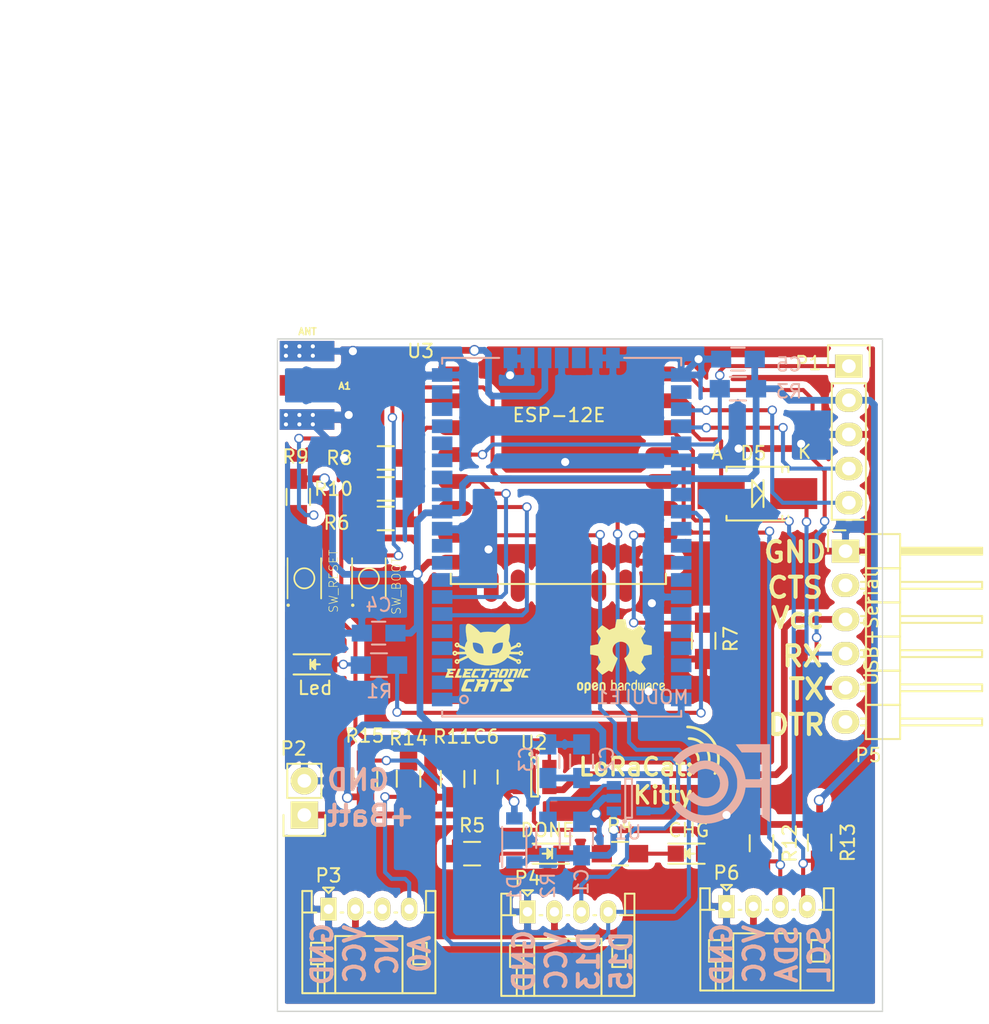
<source format=kicad_pcb>
(kicad_pcb (version 4) (host pcbnew 4.0.5)
  (title_block (title NodeLoRaGrooveKitty) (company "Electronic Cats") (comment 1 "Eduardo Contreras flores"))
  (layers (0 F.Cu signal) (31 B.Cu signal) (34 B.Paste user) (35 F.Paste user) (36 B.SilkS user) (37 F.SilkS user) (38 B.Mask user) (39 F.Mask user) (44 Edge.Cuts user))
  (net 0 "")
  (net 1 "Net-(A1-Pad1)")
  (net 2 GND)
  (net 3 VCC)
  (net 4 +3V3)
  (net 5 +BATT)
  (net 6 "Net-(D2-Pad2)")
  (net 7 "Net-(D3-Pad1)")
  (net 8 "Net-(D4-Pad2)")
  (net 9 /RX_5V)
  (net 10 /RX)
  (net 11 "Net-(MODULE1-Pad46)")
  (net 12 "Net-(MODULE1-Pad45)")
  (net 13 "Net-(MODULE1-Pad44)")
  (net 14 "Net-(MODULE1-Pad43)")
  (net 15 "Net-(MODULE1-Pad40)")
  (net 16 "Net-(MODULE1-Pad39)")
  (net 17 "Net-(MODULE1-Pad38)")
  (net 18 "Net-(MODULE1-Pad37)")
  (net 19 "Net-(MODULE1-Pad36)")
  (net 20 "Net-(MODULE1-Pad35)")
  (net 21 /RST_RN)
  (net 22 /TEST1)
  (net 23 /TEST0)
  (net 24 "Net-(MODULE1-Pad25)")
  (net 25 "Net-(MODULE1-Pad14)")
  (net 26 "Net-(MODULE1-Pad13)")
  (net 27 "Net-(MODULE1-Pad10)")
  (net 28 "Net-(MODULE1-Pad9)")
  (net 29 "Net-(MODULE1-Pad5)")
  (net 30 "Net-(MODULE1-Pad4)")
  (net 31 "Net-(MODULE1-Pad3)")
  (net 32 "Net-(MODULE1-Pad2)")
  (net 33 "Net-(P3-Pad3)")
  (net 34 /A0)
  (net 35 /GPIO13)
  (net 36 /GPIO15)
  (net 37 "Net-(P5-Pad2)")
  (net 38 /TX)
  (net 39 "Net-(P5-Pad6)")
  (net 40 /SDA)
  (net 41 /SCL)
  (net 42 "Net-(R2-Pad1)")
  (net 43 "Net-(R4-Pad1)")
  (net 44 /CH_PD)
  (net 45 /ADC)
  (net 46 /RST)
  (net 47 "Net-(R11-Pad1)")
  (net 48 /GPIO0)
  (net 49 "Net-(U1-Pad4)")
  (net 50 "Net-(U3-Pad9)")
  (net 51 "Net-(U3-Pad10)")
  (net 52 "Net-(U3-Pad11)")
  (net 53 "Net-(U3-Pad12)")
  (net 54 "Net-(U3-Pad13)")
  (net 55 "Net-(U3-Pad14)")
  (net 56 /GPIO2)
  (net 57 "Net-(R10-Pad1)")
  (net 58 /STX)
  (net 59 /SRX)
  (module ESP8266:ESP-12E (layer F.Cu) (at 115.91 99.6)
    (fp_text reference U3 (at -3.26 -1.7) (layer F.SilkS))
    (fp_text value ESP-12E (at 7.028 3.066) (layer F.SilkS))
    (pad 1 smd rect (at 0 0) (size 2.5 1.1) (drill (offset -0.7 0)) (layers F.Cu F.Paste F.Mask) (net 46 /RST))
    (pad 2 smd oval (at 0 2) (size 2.5 1.1) (drill (offset -0.7 0)) (layers F.Cu F.Paste F.Mask) (net 45 /ADC))
    (pad 3 smd oval (at 0 4) (size 2.5 1.1) (drill (offset -0.7 0)) (layers F.Cu F.Paste F.Mask) (net 44 /CH_PD))
    (pad 4 smd oval (at 0 6) (size 2.5 1.1) (drill (offset -0.7 0)) (layers F.Cu F.Paste F.Mask) (net 21 /RST_RN))
    (pad 5 smd oval (at 0 8) (size 2.5 1.1) (drill (offset -0.7 0)) (layers F.Cu F.Paste F.Mask) (net 58 /STX))
    (pad 6 smd oval (at 0 10) (size 2.5 1.1) (drill (offset -0.7 0)) (layers F.Cu F.Paste F.Mask) (net 59 /SRX))
    (pad 7 smd oval (at 0 12) (size 2.5 1.1) (drill (offset -0.7 0)) (layers F.Cu F.Paste F.Mask) (net 35 /GPIO13))
    (pad 8 smd oval (at 0 14) (size 2.5 1.1) (drill (offset -0.7 0)) (layers F.Cu F.Paste F.Mask) (net 4 +3V3))
    (pad 9 smd oval (at 1.99 15.75 90) (size 2.4 1.1) (layers F.Cu F.Paste F.Mask) (net 50 "Net-(U3-Pad9)"))
    (pad 10 smd oval (at 3.99 15.75 90) (size 2.4 1.1) (layers F.Cu F.Paste F.Mask) (net 51 "Net-(U3-Pad10)"))
    (pad 11 smd oval (at 5.99 15.75 90) (size 2.4 1.1) (layers F.Cu F.Paste F.Mask) (net 52 "Net-(U3-Pad11)"))
    (pad 12 smd oval (at 7.99 15.75 90) (size 2.4 1.1) (layers F.Cu F.Paste F.Mask) (net 53 "Net-(U3-Pad12)"))
    (pad 13 smd oval (at 9.99 15.75 90) (size 2.4 1.1) (layers F.Cu F.Paste F.Mask) (net 54 "Net-(U3-Pad13)"))
    (pad 14 smd oval (at 11.99 15.75 90) (size 2.4 1.1) (layers F.Cu F.Paste F.Mask) (net 55 "Net-(U3-Pad14)"))
    (pad 15 smd oval (at 14 14) (size 2.5 1.1) (drill (offset 0.7 0)) (layers F.Cu F.Paste F.Mask) (net 2 GND))
    (pad 16 smd oval (at 14 12) (size 2.5 1.1) (drill (offset 0.6 0)) (layers F.Cu F.Paste F.Mask) (net 36 /GPIO15))
    (pad 17 smd oval (at 14 10) (size 2.5 1.1) (drill (offset 0.7 0)) (layers F.Cu F.Paste F.Mask) (net 56 /GPIO2))
    (pad 18 smd oval (at 14 8) (size 2.5 1.1) (drill (offset 0.7 0)) (layers F.Cu F.Paste F.Mask) (net 48 /GPIO0))
    (pad 19 smd oval (at 14 6) (size 2.5 1.1) (drill (offset 0.7 0)) (layers F.Cu F.Paste F.Mask) (net 40 /SDA))
    (pad 20 smd oval (at 14 4) (size 2.5 1.1) (drill (offset 0.7 0)) (layers F.Cu F.Paste F.Mask) (net 41 /SCL))
    (pad 21 smd oval (at 14 2) (size 2.5 1.1) (drill (offset 0.7 0)) (layers F.Cu F.Paste F.Mask) (net 10 /RX))
    (pad 22 smd oval (at 14 0) (size 2.5 1.1) (drill (offset 0.7 0)) (layers F.Cu F.Paste F.Mask) (net 38 /TX))
  )
  (module TIH:GSG-SMA-EDGE (layer F.Cu) (at 106.232 100.45 180)
    (fp_text reference A1 (at -0.768 -0.05 180) (layer F.SilkS) (effects (font (size 0.50038 0.50038) (thickness 0.12446))))
    (fp_text value ANT (at 1.99898 4.0005 180) (layer F.SilkS) (effects (font (size 0.50038 0.50038) (thickness 0.12446))))
    (pad 1 smd rect (at 2.032 0 180) (size 4.064 1.524) (layers F.Cu F.Mask) (net 1 "Net-(A1-Pad1)"))
    (pad 3 smd rect (at 2.032 -2.54 180) (size 4.064 1.524) (layers F.Cu F.Mask) (net 2 GND))
    (pad 5 smd rect (at 2.032 2.54 180) (size 4.064 1.524) (layers B.Cu B.Mask) (net 2 GND))
    (pad 4 smd rect (at 2.032 -2.54 180) (size 4.064 1.524) (layers B.Cu B.Mask) (net 2 GND))
    (pad 2 smd rect (at 2.032 2.54 180) (size 4.064 1.524) (layers F.Cu F.Mask) (net 2 GND))
    (pad 2 thru_hole circle (at 3.6 -2.2 180) (size 0.762 0.762) (drill 0.3048) (layers *.Cu *.Mask) (net 2 GND))
    (pad 2 thru_hole circle (at 3.6 -2.9 180) (size 0.762 0.762) (drill 0.3048) (layers *.Cu *.Mask) (net 2 GND))
    (pad 2 thru_hole circle (at 2.6 -2.2 180) (size 0.762 0.762) (drill 0.3048) (layers *.Cu *.Mask) (net 2 GND))
    (pad 2 thru_hole circle (at 1.6 -2.2 180) (size 0.762 0.762) (drill 0.3048) (layers *.Cu *.Mask) (net 2 GND))
    (pad 2 thru_hole circle (at 1.6 -2.9 180) (size 0.762 0.762) (drill 0.3048) (layers *.Cu *.Mask) (net 2 GND))
    (pad 2 thru_hole circle (at 2.6 -2.9 180) (size 0.762 0.762) (drill 0.3048) (layers *.Cu *.Mask) (net 2 GND))
    (pad 2 thru_hole circle (at 3.6 2.2 180) (size 0.762 0.762) (drill 0.3048) (layers *.Cu *.Mask) (net 2 GND))
    (pad 2 thru_hole circle (at 2.6 2.2 180) (size 0.762 0.762) (drill 0.3048) (layers *.Cu *.Mask) (net 2 GND))
    (pad 2 thru_hole circle (at 1.6 2.2 180) (size 0.762 0.762) (drill 0.3048) (layers *.Cu *.Mask) (net 2 GND))
    (pad 2 thru_hole circle (at 1.6 2.9 180) (size 0.762 0.762) (drill 0.3048) (layers *.Cu *.Mask) (net 2 GND))
    (pad 2 thru_hole circle (at 2.6 2.9 180) (size 0.762 0.762) (drill 0.3048) (layers *.Cu *.Mask) (net 2 GND))
    (pad 2 thru_hole circle (at 3.6 2.9 180) (size 0.762 0.762) (drill 0.3048) (layers *.Cu *.Mask) (net 2 GND))
  )
  (module Capacitors_SMD:C_0805_HandSoldering (layer B.Cu) (at 124.618764 134.15 90)
    (fp_text reference C1 (at -3.2 0 90) (layer B.SilkS) (effects (justify mirror)))
    (fp_text value 10uF)
    (pad 1 smd rect (at -1.25 0 90) (size 1.5 1.25) (layers B.Cu B.Paste B.Mask) (net 3 VCC))
    (pad 2 smd rect (at 1.25 0 90) (size 1.5 1.25) (layers B.Cu B.Paste B.Mask) (net 2 GND))
  )
  (module Capacitors_SMD:C_0805_HandSoldering (layer B.Cu) (at 124.618764 128.4 90)
    (fp_text reference C2 (at 0.15 1.881236 90) (layer B.SilkS) (effects (justify mirror)))
    (fp_text value 10uF)
    (pad 1 smd rect (at -1.25 0 90) (size 1.5 1.25) (layers B.Cu B.Paste B.Mask) (net 4 +3V3))
    (pad 2 smd rect (at 1.25 0 90) (size 1.5 1.25) (layers B.Cu B.Paste B.Mask) (net 2 GND))
  )
  (module Capacitors_SMD:C_0805_HandSoldering (layer B.Cu) (at 122.118764 128.4 90)
    (fp_text reference C3 (at 0.15 -1.618764 90) (layer B.SilkS) (effects (justify mirror)))
    (fp_text value 1uF)
    (pad 1 smd rect (at -1.25 0 90) (size 1.5 1.25) (layers B.Cu B.Paste B.Mask) (net 4 +3V3))
    (pad 2 smd rect (at 1.25 0 90) (size 1.5 1.25) (layers B.Cu B.Paste B.Mask) (net 2 GND))
  )
  (module Capacitors_SMD:C_0805_HandSoldering (layer B.Cu) (at 109.525 118.875 180)
    (fp_text reference C4 (at 0 2.1 180) (layer B.SilkS) (effects (justify mirror)))
    (fp_text value 0.1uF)
    (pad 1 smd rect (at -1.25 0 180) (size 1.5 1.25) (layers B.Cu B.Paste B.Mask) (net 4 +3V3))
    (pad 2 smd rect (at 1.25 0 180) (size 1.5 1.25) (layers B.Cu B.Paste B.Mask) (net 2 GND))
  )
  (module Capacitors_SMD:C_0805_HandSoldering (layer B.Cu) (at 136.25 98.5 180)
    (fp_text reference C5 (at -3.8 -0.4 180) (layer B.SilkS) (effects (justify mirror)))
    (fp_text value 0.1uF)
    (pad 1 smd rect (at -1.25 0 180) (size 1.5 1.25) (layers B.Cu B.Paste B.Mask) (net 4 +3V3))
    (pad 2 smd rect (at 1.25 0 180) (size 1.5 1.25) (layers B.Cu B.Paste B.Mask) (net 2 GND))
  )
  (module Capacitors_SMD:C_0805_HandSoldering (layer F.Cu) (at 117.525 129.575 90)
    (fp_text reference C6 (at 3 0 180) (layer F.SilkS))
    (fp_text value 10uF)
    (pad 1 smd rect (at -1.25 0 90) (size 1.5 1.25) (layers F.Cu F.Paste F.Mask) (net 5 +BATT))
    (pad 2 smd rect (at 1.25 0 90) (size 1.5 1.25) (layers F.Cu F.Paste F.Mask) (net 2 GND))
  )
  (module Diodes_SMD:SOD-123 (layer B.Cu) (at 119.618764 134.285 90)
    (fp_text reference D1 (at -3.6 0 90) (layer B.SilkS) (effects (justify mirror)))
    (fp_text value MBR120)
    (pad 1 smd rect (at -1.635 0 90) (size 0.91 1.22) (layers B.Cu B.Paste B.Mask) (net 3 VCC))
    (pad 2 smd rect (at 1.635 0 90) (size 0.91 1.22) (layers B.Cu B.Paste B.Mask) (net 5 +BATT))
  )
  (module LEDs:LED_0805 (layer F.Cu) (at 104.80098 121.2)
    (fp_text reference D2)
    (fp_text value Led (at 0 1.75) (layer F.SilkS))
    (pad 2 smd rect (at 1.04902 0 180) (size 1.19888 1.19888) (layers F.Cu F.Paste F.Mask) (net 6 "Net-(D2-Pad2)"))
    (pad 1 smd rect (at -1.04902 0 180) (size 1.19888 1.19888) (layers F.Cu F.Paste F.Mask) (net 2 GND))
  )
  (module LEDs:LED_0805 (layer F.Cu) (at 132.675 135.275)
    (fp_text reference D3)
    (fp_text value CHG (at -0.085 -1.745) (layer F.SilkS))
    (pad 2 smd rect (at 1.04902 0 180) (size 1.19888 1.19888) (layers F.Cu F.Paste F.Mask) (net 3 VCC))
    (pad 1 smd rect (at -1.04902 0 180) (size 1.19888 1.19888) (layers F.Cu F.Paste F.Mask) (net 7 "Net-(D3-Pad1)"))
  )
  (module LEDs:LED_0805 (layer F.Cu) (at 122.075 135.275 180)
    (fp_text reference D4)
    (fp_text value DONE (at 0 1.75 180) (layer F.SilkS))
    (pad 2 smd rect (at 1.04902 0) (size 1.19888 1.19888) (layers F.Cu F.Paste F.Mask) (net 8 "Net-(D4-Pad2)"))
    (pad 1 smd rect (at -1.04902 0) (size 1.19888 1.19888) (layers F.Cu F.Paste F.Mask) (net 2 GND))
  )
  (module Pin_Headers:Pin_Header_Straight_1x05 (layer F.Cu) (at 144.5 99.02)
    (fp_text reference P1 (at -3.022 -0.214) (layer F.SilkS))
    (fp_text value "PICKIT PROGRAMMER")
    (pad 1 thru_hole rect (at 0 0) (size 2.032 1.7272) (drill 1.016) (layers *.Cu *.Mask F.SilkS) (net 21 /RST_RN))
    (pad 2 thru_hole oval (at 0 2.54) (size 2.032 1.7272) (drill 1.016) (layers *.Cu *.Mask F.SilkS) (net 4 +3V3))
    (pad 3 thru_hole oval (at 0 5.08) (size 2.032 1.7272) (drill 1.016) (layers *.Cu *.Mask F.SilkS) (net 2 GND))
    (pad 4 thru_hole oval (at 0 7.62) (size 2.032 1.7272) (drill 1.016) (layers *.Cu *.Mask F.SilkS) (net 22 /TEST1))
    (pad 5 thru_hole oval (at 0 10.16) (size 2.032 1.7272) (drill 1.016) (layers *.Cu *.Mask F.SilkS) (net 23 /TEST0))
  )
  (module Pin_Headers:Pin_Header_Straight_1x02 (layer F.Cu) (at 104 132.4 180)
    (fp_text reference P2 (at 0.8 4.94 180) (layer F.SilkS))
    (fp_text value Battery)
    (pad 1 thru_hole rect (at 0 0 180) (size 2.032 2.032) (drill 1.016) (layers *.Cu *.Mask F.SilkS) (net 5 +BATT))
    (pad 2 thru_hole oval (at 0 2.54 180) (size 2.032 2.032) (drill 1.016) (layers *.Cu *.Mask F.SilkS) (net 2 GND))
  )
  (module Connectors_JST:JST_PH_S4B-PH-K_04x2.00mm_Angled (layer F.Cu) (at 105.8 139.4)
    (fp_text reference P3 (at 0 -2.5) (layer F.SilkS))
    (fp_text value A0)
    (pad 1 thru_hole rect (at 0 0) (size 1.2 1.7) (drill 0.7) (layers *.Cu *.Mask F.SilkS) (net 2 GND))
    (pad 2 thru_hole oval (at 2 0) (size 1.2 1.7) (drill 0.7) (layers *.Cu *.Mask F.SilkS) (net 4 +3V3))
    (pad 3 thru_hole oval (at 4 0) (size 1.2 1.7) (drill 0.7) (layers *.Cu *.Mask F.SilkS) (net 33 "Net-(P3-Pad3)"))
    (pad 4 thru_hole oval (at 6 0) (size 1.2 1.7) (drill 0.7) (layers *.Cu *.Mask F.SilkS) (net 34 /A0))
  )
  (module Connectors_JST:JST_PH_S4B-PH-K_04x2.00mm_Angled (layer F.Cu) (at 120.6 139.6)
    (fp_text reference P4 (at 0 -2.5) (layer F.SilkS))
    (fp_text value D9)
    (pad 1 thru_hole rect (at 0 0) (size 1.2 1.7) (drill 0.7) (layers *.Cu *.Mask F.SilkS) (net 2 GND))
    (pad 2 thru_hole oval (at 2 0) (size 1.2 1.7) (drill 0.7) (layers *.Cu *.Mask F.SilkS) (net 4 +3V3))
    (pad 3 thru_hole oval (at 4 0) (size 1.2 1.7) (drill 0.7) (layers *.Cu *.Mask F.SilkS) (net 35 /GPIO13))
    (pad 4 thru_hole oval (at 6 0) (size 1.2 1.7) (drill 0.7) (layers *.Cu *.Mask F.SilkS) (net 56 /GPIO2))
  )
  (module Pin_Headers:Pin_Header_Angled_1x06 (layer F.Cu) (at 144.25 112.78)
    (fp_text reference P5 (at 1.7 15.17) (layer F.SilkS))
    (fp_text value USB-Serial (at 1.92 5.74 90) (layer F.SilkS))
    (pad 1 thru_hole rect (at 0 0) (size 2.032 1.7272) (drill 1.016) (layers *.Cu *.Mask F.SilkS) (net 2 GND))
    (pad 2 thru_hole oval (at 0 2.54) (size 2.032 1.7272) (drill 1.016) (layers *.Cu *.Mask F.SilkS) (net 37 "Net-(P5-Pad2)"))
    (pad 3 thru_hole oval (at 0 5.08) (size 2.032 1.7272) (drill 1.016) (layers *.Cu *.Mask F.SilkS) (net 3 VCC))
    (pad 4 thru_hole oval (at 0 7.62) (size 2.032 1.7272) (drill 1.016) (layers *.Cu *.Mask F.SilkS) (net 9 /RX_5V))
    (pad 5 thru_hole oval (at 0 10.16) (size 2.032 1.7272) (drill 1.016) (layers *.Cu *.Mask F.SilkS) (net 38 /TX))
    (pad 6 thru_hole oval (at 0 12.7) (size 2.032 1.7272) (drill 1.016) (layers *.Cu *.Mask F.SilkS) (net 39 "Net-(P5-Pad6)"))
  )
  (module Connectors_JST:JST_PH_S4B-PH-K_04x2.00mm_Angled (layer F.Cu) (at 135.4 139.2)
    (fp_text reference P6 (at 0 -2.5) (layer F.SilkS))
    (fp_text value I2C)
    (pad 1 thru_hole rect (at 0 0) (size 1.2 1.7) (drill 0.7) (layers *.Cu *.Mask F.SilkS) (net 2 GND))
    (pad 2 thru_hole oval (at 2 0) (size 1.2 1.7) (drill 0.7) (layers *.Cu *.Mask F.SilkS) (net 4 +3V3))
    (pad 3 thru_hole oval (at 4 0) (size 1.2 1.7) (drill 0.7) (layers *.Cu *.Mask F.SilkS) (net 40 /SDA))
    (pad 4 thru_hole oval (at 6 0) (size 1.2 1.7) (drill 0.7) (layers *.Cu *.Mask F.SilkS) (net 41 /SCL))
  )
  (module Resistors_SMD:R_0805_HandSoldering (layer B.Cu) (at 109.55 121.25 180)
    (fp_text reference R1 (at -0.025 -1.95 180) (layer B.SilkS) (effects (justify mirror)))
    (fp_text value 100R)
    (pad 1 smd rect (at -1.35 0 180) (size 1.5 1.3) (layers B.Cu B.Paste B.Mask) (net 19 "Net-(MODULE1-Pad36)"))
    (pad 2 smd rect (at 1.35 0 180) (size 1.5 1.3) (layers B.Cu B.Paste B.Mask) (net 6 "Net-(D2-Pad2)"))
  )
  (module Resistors_SMD:R_0805_HandSoldering (layer B.Cu) (at 122.118764 134.25 270)
    (fp_text reference R2 (at 3.4 0 270) (layer B.SilkS) (effects (justify mirror)))
    (fp_text value 100K)
    (pad 1 smd rect (at -1.35 0 270) (size 1.5 1.3) (layers B.Cu B.Paste B.Mask) (net 42 "Net-(R2-Pad1)"))
    (pad 2 smd rect (at 1.35 0 270) (size 1.5 1.3) (layers B.Cu B.Paste B.Mask) (net 3 VCC))
  )
  (module Resistors_SMD:R_0805_HandSoldering (layer B.Cu) (at 136.25 100.7 180)
    (fp_text reference R3 (at -3.8 -0.2 180) (layer B.SilkS) (effects (justify mirror)))
    (fp_text value 10K)
    (pad 1 smd rect (at -1.35 0 180) (size 1.5 1.3) (layers B.Cu B.Paste B.Mask) (net 4 +3V3))
    (pad 2 smd rect (at 1.35 0 180) (size 1.5 1.3) (layers B.Cu B.Paste B.Mask) (net 21 /RST_RN))
  )
  (module Resistors_SMD:R_0805_HandSoldering (layer F.Cu) (at 127.475 135.275)
    (fp_text reference R4 (at 0 -2.1) (layer F.SilkS))
    (fp_text value 330R)
    (pad 1 smd rect (at -1.35 0) (size 1.5 1.3) (layers F.Cu F.Paste F.Mask) (net 43 "Net-(R4-Pad1)"))
    (pad 2 smd rect (at 1.35 0) (size 1.5 1.3) (layers F.Cu F.Paste F.Mask) (net 7 "Net-(D3-Pad1)"))
  )
  (module Resistors_SMD:R_0805_HandSoldering (layer F.Cu) (at 116.475 135.275)
    (fp_text reference R5 (at 0 -2.1) (layer F.SilkS))
    (fp_text value 330R)
    (pad 1 smd rect (at -1.35 0) (size 1.5 1.3) (layers F.Cu F.Paste F.Mask) (net 43 "Net-(R4-Pad1)"))
    (pad 2 smd rect (at 1.35 0) (size 1.5 1.3) (layers F.Cu F.Paste F.Mask) (net 8 "Net-(D4-Pad2)"))
  )
  (module Resistors_SMD:R_0805_HandSoldering (layer F.Cu) (at 110.05 110.35)
    (fp_text reference R6 (at -3.65 0.325) (layer F.SilkS))
    (fp_text value 10K)
    (pad 1 smd rect (at -1.35 0) (size 1.5 1.3) (layers F.Cu F.Paste F.Mask) (net 4 +3V3))
    (pad 2 smd rect (at 1.35 0) (size 1.5 1.3) (layers F.Cu F.Paste F.Mask) (net 44 /CH_PD))
  )
  (module Resistors_SMD:R_0805_HandSoldering (layer F.Cu) (at 133.7 119.45 270)
    (fp_text reference R7 (at -0.14 -2.01 270) (layer F.SilkS))
    (fp_text value 10K)
    (pad 1 smd rect (at -1.35 0 270) (size 1.5 1.3) (layers F.Cu F.Paste F.Mask) (net 36 /GPIO15))
    (pad 2 smd rect (at 1.35 0 270) (size 1.5 1.3) (layers F.Cu F.Paste F.Mask) (net 2 GND))
  )
  (module Resistors_SMD:R_0805_HandSoldering (layer F.Cu) (at 110.05 105.85 180)
    (fp_text reference R8 (at 3.45 0 180) (layer F.SilkS))
    (fp_text value 100K)
    (pad 1 smd rect (at -1.35 0 180) (size 1.5 1.3) (layers F.Cu F.Paste F.Mask) (net 45 /ADC))
    (pad 2 smd rect (at 1.35 0 180) (size 1.5 1.3) (layers F.Cu F.Paste F.Mask) (net 2 GND))
  )
  (module Resistors_SMD:R_0805_HandSoldering (layer F.Cu) (at 103.55 108.75 270)
    (fp_text reference R9 (at -3 0.2 360) (layer F.SilkS))
    (fp_text value 10K)
    (pad 1 smd rect (at -1.35 0 270) (size 1.5 1.3) (layers F.Cu F.Paste F.Mask) (net 4 +3V3))
    (pad 2 smd rect (at 1.35 0 270) (size 1.5 1.3) (layers F.Cu F.Paste F.Mask) (net 46 /RST))
  )
  (module Resistors_SMD:R_0805_HandSoldering (layer F.Cu) (at 110.05 108.15)
    (fp_text reference R10 (at -3.878 0) (layer F.SilkS))
    (fp_text value 100K)
    (pad 1 smd rect (at -1.35 0) (size 1.5 1.3) (layers F.Cu F.Paste F.Mask) (net 57 "Net-(R10-Pad1)"))
    (pad 2 smd rect (at 1.35 0) (size 1.5 1.3) (layers F.Cu F.Paste F.Mask) (net 45 /ADC))
  )
  (module Resistors_SMD:R_0805_HandSoldering (layer F.Cu) (at 115.025 129.725 270)
    (fp_text reference R11 (at -3.15 0 360) (layer F.SilkS))
    (fp_text value 10K)
    (pad 1 smd rect (at -1.35 0 270) (size 1.5 1.3) (layers F.Cu F.Paste F.Mask) (net 47 "Net-(R11-Pad1)"))
    (pad 2 smd rect (at 1.35 0 270) (size 1.5 1.3) (layers F.Cu F.Paste F.Mask) (net 2 GND))
  )
  (module Resistors_SMD:R_0805_HandSoldering (layer F.Cu) (at 138 134.5 270)
    (fp_text reference R12 (at 0 -2.1 270) (layer F.SilkS))
    (fp_text value 4.7K)
    (pad 1 smd rect (at -1.35 0 270) (size 1.5 1.3) (layers F.Cu F.Paste F.Mask) (net 4 +3V3))
    (pad 2 smd rect (at 1.35 0 270) (size 1.5 1.3) (layers F.Cu F.Paste F.Mask) (net 40 /SDA))
  )
  (module Resistors_SMD:R_0805_HandSoldering (layer F.Cu) (at 142.325 134.45 270)
    (fp_text reference R13 (at 0 -2.1 270) (layer F.SilkS))
    (fp_text value 4.7K)
    (pad 1 smd rect (at -1.35 0 270) (size 1.5 1.3) (layers F.Cu F.Paste F.Mask) (net 4 +3V3))
    (pad 2 smd rect (at 1.35 0 270) (size 1.5 1.3) (layers F.Cu F.Paste F.Mask) (net 41 /SCL))
  )
  (module TO_SOT_Packages_SMD:SOT-23-5 (layer B.Cu) (at 128.118764 131.15)
    (fp_text reference U1 (at -0.05 2.55) (layer B.SilkS) (effects (justify mirror)))
    (fp_text value AP2112)
    (pad 1 smd rect (at -1.1 0.95) (size 1.06 0.65) (layers B.Cu B.Paste B.Mask) (net 3 VCC))
    (pad 2 smd rect (at -1.1 0) (size 1.06 0.65) (layers B.Cu B.Paste B.Mask) (net 2 GND))
    (pad 3 smd rect (at -1.1 -0.95) (size 1.06 0.65) (layers B.Cu B.Paste B.Mask) (net 42 "Net-(R2-Pad1)"))
    (pad 4 smd rect (at 1.1 -0.95) (size 1.06 0.65) (layers B.Cu B.Paste B.Mask) (net 49 "Net-(U1-Pad4)"))
    (pad 5 smd rect (at 1.1 0.95) (size 1.06 0.65) (layers B.Cu B.Paste B.Mask) (net 4 +3V3))
  )
  (module TO_SOT_Packages_SMD:SOT-23-5 (layer F.Cu) (at 121.125 129.575)
    (fp_text reference U2 (at -0.05 -2.55) (layer F.SilkS))
    (fp_text value MCP73831T-2ATI/OT)
    (pad 1 smd rect (at -1.1 -0.95) (size 1.06 0.65) (layers F.Cu F.Paste F.Mask) (net 43 "Net-(R4-Pad1)"))
    (pad 2 smd rect (at -1.1 0) (size 1.06 0.65) (layers F.Cu F.Paste F.Mask) (net 2 GND))
    (pad 3 smd rect (at -1.1 0.95) (size 1.06 0.65) (layers F.Cu F.Paste F.Mask) (net 5 +BATT))
    (pad 4 smd rect (at 1.1 0.95) (size 1.06 0.65) (layers F.Cu F.Paste F.Mask) (net 3 VCC))
    (pad 5 smd rect (at 1.1 -0.95) (size 1.06 0.65) (layers F.Cu F.Paste F.Mask) (net 47 "Net-(R11-Pad1)"))
  )
  (module TIH:SW_B3U-1000P (layer F.Cu) (at 108.8 114.8 90)
    (fp_text reference SW1)
    (fp_text value SW_BOOT (at -0.568 2.0436 90) (layer F.SilkS) (effects (font (size 0.64 0.64) (thickness 0.05))))
    (pad 2 smd rect (at 1.7 0 270) (size 0.8 1.7) (layers F.Cu F.Paste F.Mask) (net 48 /GPIO0))
    (pad 1 smd rect (at -1.7 0 270) (size 0.8 1.7) (layers F.Cu F.Paste F.Mask) (net 2 GND))
  )
  (module TIH:SW_B3U-1000P (layer F.Cu) (at 104 114.8 90)
    (fp_text reference SW2)
    (fp_text value SW_RESET (at -0.216 2.172 270) (layer F.SilkS) (effects (font (size 0.64 0.64) (thickness 0.05))))
    (pad 2 smd rect (at 1.7 0 270) (size 0.8 1.7) (layers F.Cu F.Paste F.Mask) (net 46 /RST))
    (pad 1 smd rect (at -1.7 0 270) (size 0.8 1.7) (layers F.Cu F.Paste F.Mask) (net 2 GND))
  )
  (module Diodes_SMD:SMB_Handsoldering (layer F.Cu) (at 137.69998 108.5 180)
    (fp_text reference D5 (at 0.29998 3 180) (layer F.SilkS))
    (fp_text value 1N4001)
    (fp_text user K (at -3.5 3.1 180) (layer F.SilkS))
    (fp_text user A (at 3 3.05 180) (layer F.SilkS))
    (pad 1 smd rect (at -2.70002 0 180) (size 3.50012 2.30124) (layers F.Cu F.Paste F.Mask) (net 9 /RX_5V))
    (pad 2 smd rect (at 2.70002 0 180) (size 3.50012 2.30124) (layers F.Cu F.Paste F.Mask) (net 10 /RX))
  )
  (module Symbols:OSHW-Logo2_7.3x6mm_SilkScreen (layer F.Cu) (at 127.55 120.6)
    (fp_text reference REF*** hide)
    (fp_text value OSHW-Logo2_7.3x6mm_SilkScreen hide)
  )
  (module Symbols:FCC-Logo_7.3x6mm_SilkScreen (layer B.Cu) (at 135 130.05 180)
    (fp_text reference REF*** hide)
    (fp_text value FCC-Logo_7.3x6mm_SilkScreen hide)
  )
  (module TIH:electronic_cats_logo_4x3 (layer F.Cu) (at 117.65 120.7)
    (fp_text reference G*** hide)
    (fp_text value LOGO hide)
  )
  (module Resistors_SMD:R_0805_HandSoldering (layer F.Cu) (at 111.75 129.7 90)
    (fp_text reference R14 (at 3 0 180) (layer F.SilkS))
    (fp_text value 100K)
    (pad 1 smd rect (at -1.35 0 90) (size 1.5 1.3) (layers F.Cu F.Paste F.Mask) (net 34 /A0))
    (pad 2 smd rect (at 1.35 0 90) (size 1.5 1.3) (layers F.Cu F.Paste F.Mask) (net 57 "Net-(R10-Pad1)"))
  )
  (module Resistors_SMD:R_0805_HandSoldering (layer F.Cu) (at 108.55 129.7 90)
    (fp_text reference R15 (at 3.2 -0.05 180) (layer F.SilkS))
    (fp_text value 10K)
    (pad 1 smd rect (at -1.35 0 90) (size 1.5 1.3) (layers F.Cu F.Paste F.Mask) (net 4 +3V3))
    (pad 2 smd rect (at 1.35 0 90) (size 1.5 1.3) (layers F.Cu F.Paste F.Mask) (net 56 /GPIO2))
  )
  (module TIH:RN2483 (layer B.Cu) (at 132.03 125.08 180)
    (fp_text reference MODULE1 (at 2.8956 1.4478 180) (layer B.SilkS) (effects (justify mirror)))
    (fp_text value RN2903 hide)
    (pad 47 smd rect (at 0 1.27 180) (size 1.524 1.016) (layers B.Cu B.Paste B.Mask) (net 2 GND))
    (pad 46 smd rect (at 0 2.54 180) (size 1.524 1.016) (layers B.Cu B.Paste B.Mask) (net 11 "Net-(MODULE1-Pad46)"))
    (pad 45 smd rect (at 0 3.81 180) (size 1.524 1.016) (layers B.Cu B.Paste B.Mask) (net 12 "Net-(MODULE1-Pad45)"))
    (pad 44 smd rect (at 0 5.08 180) (size 1.524 1.016) (layers B.Cu B.Paste B.Mask) (net 13 "Net-(MODULE1-Pad44)"))
    (pad 43 smd rect (at 0 6.35 180) (size 1.524 1.016) (layers B.Cu B.Paste B.Mask) (net 14 "Net-(MODULE1-Pad43)"))
    (pad 42 smd rect (at 0 7.62 180) (size 1.524 1.016) (layers B.Cu B.Paste B.Mask))
    (pad 41 smd rect (at 0 8.89 180) (size 1.524 1.016) (layers B.Cu B.Paste B.Mask) (net 2 GND))
    (pad 40 smd rect (at 0 10.16 180) (size 1.524 1.016) (layers B.Cu B.Paste B.Mask) (net 15 "Net-(MODULE1-Pad40)"))
    (pad 39 smd rect (at 0 11.43 180) (size 1.524 1.016) (layers B.Cu B.Paste B.Mask) (net 16 "Net-(MODULE1-Pad39)"))
    (pad 38 smd rect (at 0 12.7 180) (size 1.524 1.016) (layers B.Cu B.Paste B.Mask) (net 17 "Net-(MODULE1-Pad38)"))
    (pad 37 smd rect (at 0 13.97 180) (size 1.524 1.016) (layers B.Cu B.Paste B.Mask) (net 18 "Net-(MODULE1-Pad37)"))
    (pad 36 smd rect (at 0 15.24 180) (size 1.524 1.016) (layers B.Cu B.Paste B.Mask) (net 19 "Net-(MODULE1-Pad36)"))
    (pad 35 smd rect (at 0 16.51 180) (size 1.524 1.016) (layers B.Cu B.Paste B.Mask) (net 20 "Net-(MODULE1-Pad35)"))
    (pad 34 smd rect (at 0 17.78 180) (size 1.524 1.016) (layers B.Cu B.Paste B.Mask) (net 4 +3V3))
    (pad 33 smd rect (at 0 19.05 180) (size 1.524 1.016) (layers B.Cu B.Paste B.Mask) (net 2 GND))
    (pad 32 smd rect (at 0 20.32 180) (size 1.524 1.016) (layers B.Cu B.Paste B.Mask) (net 21 /RST_RN))
    (pad 31 smd rect (at 0 21.59 180) (size 1.524 1.016) (layers B.Cu B.Paste B.Mask) (net 22 /TEST1))
    (pad 30 smd rect (at 0 22.86 180) (size 1.524 1.016) (layers B.Cu B.Paste B.Mask) (net 23 /TEST0))
    (pad 29 smd rect (at 0 24.13 180) (size 1.524 1.016) (layers B.Cu B.Paste B.Mask))
    (pad 28 smd rect (at 0 25.4 180) (size 1.524 1.016) (layers B.Cu B.Paste B.Mask) (net 2 GND))
    (pad 20 smd rect (at 17.78 25.4 180) (size 1.524 1.016) (layers B.Cu B.Paste B.Mask) (net 2 GND))
    (pad 27 smd rect (at 5.08 26.67 180) (size 1.016 1.524) (layers B.Cu B.Paste B.Mask) (net 2 GND))
    (pad 26 smd rect (at 6.35 26.67 180) (size 1.016 1.524) (layers B.Cu B.Paste B.Mask) (net 2 GND))
    (pad 25 smd rect (at 7.62 26.67 180) (size 1.016 1.524) (layers B.Cu B.Paste B.Mask) (net 24 "Net-(MODULE1-Pad25)"))
    (pad 24 smd rect (at 8.89 26.67 180) (size 1.016 1.524) (layers B.Cu B.Paste B.Mask) (net 2 GND))
    (pad 23 smd rect (at 10.16 26.67 180) (size 1.016 1.524) (layers B.Cu B.Paste B.Mask) (net 1 "Net-(A1-Pad1)"))
    (pad 22 smd rect (at 11.43 26.67 180) (size 1.016 1.524) (layers B.Cu B.Paste B.Mask) (net 2 GND))
    (pad 21 smd rect (at 12.7 26.67 180) (size 1.016 1.524) (layers B.Cu B.Paste B.Mask) (net 2 GND))
    (pad 19 smd rect (at 17.78 24.13 180) (size 1.524 1.016) (layers B.Cu B.Paste B.Mask))
    (pad 18 smd rect (at 17.78 22.86 180) (size 1.524 1.016) (layers B.Cu B.Paste B.Mask))
    (pad 17 smd rect (at 17.78 21.59 180) (size 1.524 1.016) (layers B.Cu B.Paste B.Mask))
    (pad 16 smd rect (at 17.78 20.32 180) (size 1.524 1.016) (layers B.Cu B.Paste B.Mask))
    (pad 15 smd rect (at 17.78 19.05 180) (size 1.524 1.016) (layers B.Cu B.Paste B.Mask))
    (pad 14 smd rect (at 17.78 17.78 180) (size 1.524 1.016) (layers B.Cu B.Paste B.Mask) (net 25 "Net-(MODULE1-Pad14)"))
    (pad 13 smd rect (at 17.78 16.51 180) (size 1.524 1.016) (layers B.Cu B.Paste B.Mask) (net 26 "Net-(MODULE1-Pad13)"))
    (pad 12 smd rect (at 17.78 15.24 180) (size 1.524 1.016) (layers B.Cu B.Paste B.Mask) (net 4 +3V3))
    (pad 11 smd rect (at 17.78 13.97 180) (size 1.524 1.016) (layers B.Cu B.Paste B.Mask) (net 2 GND))
    (pad 10 smd rect (at 17.78 12.7 180) (size 1.524 1.016) (layers B.Cu B.Paste B.Mask) (net 27 "Net-(MODULE1-Pad10)"))
    (pad 9 smd rect (at 17.78 11.43 180) (size 1.524 1.016) (layers B.Cu B.Paste B.Mask) (net 28 "Net-(MODULE1-Pad9)"))
    (pad 8 smd rect (at 17.78 10.16 180) (size 1.524 1.016) (layers B.Cu B.Paste B.Mask) (net 2 GND))
    (pad 7 smd rect (at 17.78 8.89 180) (size 1.524 1.016) (layers B.Cu B.Paste B.Mask) (net 58 /STX))
    (pad 6 smd rect (at 17.78 7.62 180) (size 1.524 1.016) (layers B.Cu B.Paste B.Mask) (net 59 /SRX))
    (pad 5 smd rect (at 17.78 6.35 180) (size 1.524 1.016) (layers B.Cu B.Paste B.Mask) (net 29 "Net-(MODULE1-Pad5)"))
    (pad 4 smd rect (at 17.78 5.08 180) (size 1.524 1.016) (layers B.Cu B.Paste B.Mask) (net 30 "Net-(MODULE1-Pad4)"))
    (pad 3 smd rect (at 17.78 3.81 180) (size 1.524 1.016) (layers B.Cu B.Paste B.Mask) (net 31 "Net-(MODULE1-Pad3)"))
    (pad 2 smd rect (at 17.78 2.54 180) (size 1.524 1.016) (layers B.Cu B.Paste B.Mask) (net 32 "Net-(MODULE1-Pad2)"))
    (pad 1 smd rect (at 17.78 1.27 180) (size 1.524 1.016) (layers B.Cu B.Paste B.Mask) (net 2 GND))
  )
  (gr_arc (start 132.603474 128.230347) (end 132.603474 127.530347) (angle 95.71059314) (layer F.SilkS) (width 0.2))
  (gr_arc (start 132.613964 128.216102) (end 132.613964 126.716102) (angle 109.8321346) (layer F.SilkS) (width 0.2))
  (gr_arc (start 132.425 128.225) (end 132.5 125.85) (angle 115.4908253) (layer F.SilkS) (width 0.2))
  (gr_text GND (at 108 129.8) (layer B.SilkS) (effects (font (size 1.5 1.5) (thickness 0.3)) (justify mirror)))
  (gr_text "+Batt\n" (at 108.95 132.45) (layer B.SilkS) (effects (font (size 1.5 1.5) (thickness 0.3)) (justify mirror)))
  (gr_text DTR (at 140.6 125.7) (layer F.SilkS) (effects (font (size 1.5 1.5) (thickness 0.3))))
  (gr_text CTS (at 140.5 115.5) (layer F.SilkS) (effects (font (size 1.5 1.5) (thickness 0.3))))
  (gr_text Vcc (at 140.7 117.75) (layer F.SilkS) (effects (font (size 1.5 1.5) (thickness 0.3))))
  (gr_text RX (at 141.05 120.6) (layer F.SilkS) (effects (font (size 1.5 1.5) (thickness 0.3))))
  (gr_text "TX\n" (at 141.35 123.05) (layer F.SilkS) (effects (font (size 1.5 1.5) (thickness 0.3))))
  (gr_text GND (at 140.5 112.85) (layer F.SilkS) (effects (font (size 1.5 1.5) (thickness 0.3))))
  (gr_text "GND\nVCC\nSDA\nSCL" (at 138.684 142.748 90) (layer B.SilkS) (effects (font (size 1.5 1.5) (thickness 0.3)) (justify mirror)))
  (gr_text "GND\nVCC\nD13\nD15" (at 123.952 143.256 90) (layer B.SilkS) (effects (font (size 1.5 1.5) (thickness 0.3)) (justify mirror)))
  (gr_text "GND\nVCC\nNC\nA0" (at 108.966 142.748 90) (layer B.SilkS) (effects (font (size 1.5 1.5) (thickness 0.3)) (justify mirror)))
  (gr_text "LoRaCat:    \nKitty" (at 130.675 129.875) (layer F.SilkS) (effects (font (size 1.3 1.3) (thickness 0.25))))
  (gr_line (start 102 147) (end 102 97) (layer Edge.Cuts) (width 0.1))
  (gr_line (start 147 147) (end 102 147) (layer Edge.Cuts) (width 0.1))
  (gr_line (start 147 97) (end 147 147) (layer Edge.Cuts) (width 0.1))
  (gr_line (start 102 97) (end 147 97) (layer Edge.Cuts) (width 0.1))
  (segment (start 110.9 97.85) (end 116.65 97.85) (width 0.5) (layer F.Cu) (net 1))
  (segment (start 108.55 98.35) (end 109.05 97.85) (width 0.5) (layer F.Cu) (net 1))
  (segment (start 109.05 97.85) (end 110.9 97.85) (width 0.5) (layer F.Cu) (net 1))
  (segment (start 108 100.45) (end 108.55 99.9) (width 0.5) (layer F.Cu) (net 1))
  (segment (start 108.55 99.9) (end 108.55 98.35) (width 0.5) (layer F.Cu) (net 1))
  (segment (start 121.89 98.5) (end 121.89 100.76) (width 0.5) (layer B.Cu) (net 1))
  (segment (start 121.4 101.25) (end 117.95 101.25) (width 0.5) (layer B.Cu) (net 1))
  (segment (start 121.89 100.76) (end 121.4 101.25) (width 0.5) (layer B.Cu) (net 1))
  (segment (start 117.95 101.25) (end 117.7 101) (width 0.5) (layer B.Cu) (net 1))
  (segment (start 117.7 101) (end 117.7 98.15) (width 0.5) (layer B.Cu) (net 1))
  (segment (start 117.7 98.15) (end 117.4 97.85) (width 0.5) (layer B.Cu) (net 1))
  (segment (start 117.4 97.85) (end 116.65 97.85) (width 0.5) (layer B.Cu) (net 1))
  (via (at 116.65 97.85) (size 0.8) (drill 0.6) (layers F.Cu B.Cu) (net 1))
  (segment (start 104.2 100.45) (end 108 100.45) (width 0.5) (layer F.Cu) (net 1))
  (segment (start 136.3 105.15) (end 140.6 105.15) (width 0.5) (layer F.Cu) (net 2))
  (segment (start 140.6 105.15) (end 140.95 104.8) (width 0.5) (layer F.Cu) (net 2))
  (via (at 140.95 104.8) (size 0.8) (drill 0.6) (layers F.Cu B.Cu) (net 2))
  (segment (start 133.422 105.9) (end 135.55 105.9) (width 0.5) (layer B.Cu) (net 2))
  (segment (start 135.55 105.9) (end 136.3 105.15) (width 0.5) (layer B.Cu) (net 2))
  (via (at 136.3 105.15) (size 0.8) (drill 0.6) (layers F.Cu B.Cu) (net 2))
  (segment (start 132.03 106.03) (end 133.292 106.03) (width 0.5) (layer B.Cu) (net 2))
  (segment (start 133.292 106.03) (end 133.422 105.9) (width 0.5) (layer B.Cu) (net 2))
  (segment (start 132.05 106.12) (end 123.43 106.12) (width 0.5) (layer B.Cu) (net 2))
  (segment (start 123.43 106.12) (end 123.4 106.15) (width 0.5) (layer B.Cu) (net 2))
  (segment (start 119.3 99.7) (end 119.3 102.05) (width 0.5) (layer F.Cu) (net 2))
  (segment (start 119.3 102.05) (end 123.4 106.15) (width 0.5) (layer F.Cu) (net 2))
  (via (at 123.4 106.15) (size 0.8) (drill 0.6) (layers F.Cu B.Cu) (net 2))
  (segment (start 116.3 112.65) (end 116.3 111.968) (width 0.5) (layer B.Cu) (net 2))
  (segment (start 116.3 114.242) (end 116.3 112.65) (width 0.5) (layer B.Cu) (net 2))
  (segment (start 116.3 112.65) (end 117.7 112.65) (width 0.5) (layer B.Cu) (net 2))
  (via (at 117.7 112.65) (size 0.8) (drill 0.6) (layers F.Cu B.Cu) (net 2))
  (segment (start 114.27 115.01) (end 115.532 115.01) (width 0.5) (layer B.Cu) (net 2))
  (segment (start 116.3 111.968) (end 115.532 111.2) (width 0.5) (layer B.Cu) (net 2))
  (segment (start 115.532 115.01) (end 116.3 114.242) (width 0.5) (layer B.Cu) (net 2))
  (segment (start 115.532 111.2) (end 114.27 111.2) (width 0.5) (layer B.Cu) (net 2))
  (segment (start 119.35 98.5) (end 119.35 99.65) (width 0.5) (layer B.Cu) (net 2))
  (segment (start 119.35 99.65) (end 119.3 99.7) (width 0.5) (layer B.Cu) (net 2))
  (via (at 119.3 99.7) (size 0.8) (drill 0.6) (layers F.Cu B.Cu) (net 2))
  (segment (start 119.35 98.5) (end 120.62 98.5) (width 0.5) (layer B.Cu) (net 2))
  (segment (start 130.4 123.9) (end 129.7 123.2) (width 0.5) (layer B.Cu) (net 2))
  (segment (start 129.7 123.2) (end 129.6 123.2) (width 0.5) (layer B.Cu) (net 2))
  (via (at 129.6 123.2) (size 0.8) (drill 0.6) (layers F.Cu B.Cu) (net 2))
  (segment (start 132.05 123.9) (end 130.4 123.9) (width 0.5) (layer B.Cu) (net 2))
  (segment (start 129.91 113.6) (end 129.91 116.59) (width 0.5) (layer F.Cu) (net 2))
  (segment (start 129.91 116.59) (end 129.85 116.65) (width 0.5) (layer F.Cu) (net 2))
  (via (at 129.85 116.65) (size 0.8) (drill 0.6) (layers F.Cu B.Cu) (net 2))
  (segment (start 127.018764 131.15) (end 126.284315 131.15) (width 0.5) (layer B.Cu) (net 2))
  (segment (start 126.284315 131.15) (end 125.7 131.734315) (width 0.5) (layer B.Cu) (net 2))
  (segment (start 125.7 131.734315) (end 125.7 132.3) (width 0.5) (layer B.Cu) (net 2))
  (segment (start 108.9 99.77) (end 113.4 99.77) (width 0.5) (layer B.Cu) (net 2))
  (segment (start 108.17 99.77) (end 108.9 99.77) (width 0.5) (layer B.Cu) (net 2))
  (segment (start 113.4 99.77) (end 114.27 99.77) (width 0.5) (layer B.Cu) (net 2))
  (segment (start 112.6 101.3) (end 112.6 100.178) (width 0.5) (layer B.Cu) (net 2))
  (segment (start 112.6 100.178) (end 113.008 99.77) (width 0.5) (layer B.Cu) (net 2))
  (segment (start 113.008 99.77) (end 113.4 99.77) (width 0.5) (layer B.Cu) (net 2))
  (segment (start 108 99.6) (end 108 98.3) (width 0.5) (layer B.Cu) (net 2))
  (segment (start 108 101.3) (end 108 99.6) (width 0.5) (layer B.Cu) (net 2))
  (segment (start 108 99.6) (end 108.17 99.77) (width 0.5) (layer B.Cu) (net 2))
  (segment (start 108 102.1) (end 108 101.3) (width 0.5) (layer B.Cu) (net 2))
  (segment (start 108 101.3) (end 112.6 101.3) (width 0.5) (layer B.Cu) (net 2))
  (segment (start 104.632 102.65) (end 107.3 102.65) (width 0.5) (layer B.Cu) (net 2))
  (segment (start 107.45 102.65) (end 107.3 102.65) (width 0.5) (layer B.Cu) (net 2))
  (via (at 107.3 102.65) (size 0.8) (drill 0.6) (layers F.Cu B.Cu) (net 2))
  (via (at 107.61 97.91) (size 0.8) (drill 0.6) (layers F.Cu B.Cu) (net 2))
  (segment (start 108 98.3) (end 107.61 97.91) (width 0.5) (layer B.Cu) (net 2))
  (segment (start 107.61 97.91) (end 104.2 97.91) (width 0.5) (layer B.Cu) (net 2))
  (segment (start 107.45 102.65) (end 108 102.1) (width 0.5) (layer B.Cu) (net 2))
  (segment (start 106.95 105.85) (end 106.95 105.668) (width 0.5) (layer B.Cu) (net 2))
  (segment (start 106.95 105.668) (end 104.632 103.35) (width 0.5) (layer B.Cu) (net 2))
  (segment (start 135.4 139.2) (end 135.4 132.4) (width 0.5) (layer B.Cu) (net 2))
  (via (at 135.4 132.4) (size 0.8) (drill 0.6) (layers F.Cu B.Cu) (net 2))
  (via (at 106.95 105.85) (size 0.8) (drill 0.6) (layers F.Cu B.Cu) (net 2))
  (segment (start 108.7 105.85) (end 106.95 105.85) (width 0.5) (layer F.Cu) (net 2))
  (segment (start 135 98.5) (end 133.32 98.5) (width 0.5) (layer B.Cu) (net 2))
  (via (at 133.32 98.5) (size 0.8) (drill 0.6) (layers F.Cu B.Cu) (net 2))
  (segment (start 124.618764 132.9) (end 125.1 132.9) (width 0.5) (layer B.Cu) (net 2))
  (segment (start 125.1 132.9) (end 125.7 132.3) (width 0.5) (layer B.Cu) (net 2))
  (via (at 125.7 132.3) (size 0.8) (drill 0.6) (layers F.Cu B.Cu) (net 2))
  (segment (start 124.618764 132.9) (end 124.618764 132.775) (width 0.5) (layer B.Cu) (net 2))
  (segment (start 124.618764 132.775) (end 125.840002 131.553762) (width 0.3) (layer B.Cu) (net 2))
  (segment (start 125.840002 131.553762) (end 125.9 131.553762) (width 0.3) (layer B.Cu) (net 2))
  (segment (start 127.018764 131.15) (end 126.303762 131.15) (width 0.3) (layer B.Cu) (net 2))
  (segment (start 126.303762 131.15) (end 125.9 131.553762) (width 0.3) (layer B.Cu) (net 2))
  (segment (start 124.618764 132.775) (end 124.7 132.693764) (width 0.5) (layer B.Cu) (net 2))
  (segment (start 133.32 98.5) (end 132.05 99.77) (width 0.5) (layer B.Cu) (net 2))
  (segment (start 122.118764 127.15) (end 124.618764 127.15) (width 0.25) (layer B.Cu) (net 2))
  (segment (start 118.775 128.575) (end 118.525 128.325) (width 0.25) (layer F.Cu) (net 2))
  (segment (start 118.525 128.325) (end 117.525 128.325) (width 0.25) (layer F.Cu) (net 2))
  (segment (start 118.775 129.105) (end 118.775 128.575) (width 0.25) (layer F.Cu) (net 2))
  (segment (start 120.025 129.575) (end 119.245 129.575) (width 0.25) (layer F.Cu) (net 2))
  (segment (start 119.245 129.575) (end 118.775 129.105) (width 0.25) (layer F.Cu) (net 2))
  (segment (start 116.275 128.575) (end 116.525 128.325) (width 0.25) (layer F.Cu) (net 2))
  (segment (start 116.525 128.325) (end 117.525 128.325) (width 0.25) (layer F.Cu) (net 2))
  (segment (start 116.275 130.725) (end 116.275 128.575) (width 0.25) (layer F.Cu) (net 2))
  (segment (start 115.025 131.075) (end 115.925 131.075) (width 0.25) (layer F.Cu) (net 2))
  (segment (start 115.925 131.075) (end 116.275 130.725) (width 0.25) (layer F.Cu) (net 2))
  (segment (start 124.38 129.4) (end 137.55 129.4) (width 0.5) (layer F.Cu) (net 3))
  (segment (start 137.55 129.4) (end 139.1 129.4) (width 0.5) (layer F.Cu) (net 3))
  (segment (start 136.45 134.65) (end 136.45 130.5) (width 0.5) (layer F.Cu) (net 3))
  (segment (start 136.45 130.5) (end 137.55 129.4) (width 0.5) (layer F.Cu) (net 3))
  (segment (start 135.825 135.275) (end 136.45 134.65) (width 0.5) (layer F.Cu) (net 3))
  (segment (start 133.72402 135.275) (end 135.825 135.275) (width 0.5) (layer F.Cu) (net 3))
  (segment (start 139.7 128.8) (end 139.7 118.51) (width 0.5) (layer F.Cu) (net 3))
  (segment (start 139.1 129.4) (end 139.7 128.8) (width 0.5) (layer F.Cu) (net 3))
  (segment (start 122.225 130.525) (end 123.255 130.525) (width 0.5) (layer F.Cu) (net 3))
  (segment (start 123.255 130.525) (end 124.38 129.4) (width 0.5) (layer F.Cu) (net 3))
  (segment (start 140.35 117.86) (end 144.25 117.86) (width 0.5) (layer F.Cu) (net 3))
  (segment (start 139.7 118.51) (end 140.35 117.86) (width 0.5) (layer F.Cu) (net 3))
  (segment (start 127.018764 132.1) (end 127.018764 133.5) (width 0.5) (layer B.Cu) (net 3))
  (segment (start 127.018764 133.5) (end 127.018764 134.981236) (width 0.5) (layer B.Cu) (net 3))
  (segment (start 133.72402 135.275) (end 133.72402 134.17556) (width 0.5) (layer F.Cu) (net 3))
  (segment (start 133.72402 134.17556) (end 133.04846 133.5) (width 0.5) (layer F.Cu) (net 3))
  (segment (start 133.04846 133.5) (end 127.018764 133.5) (width 0.5) (layer F.Cu) (net 3))
  (via (at 127.018764 133.5) (size 0.8) (drill 0.6) (layers F.Cu B.Cu) (net 3))
  (segment (start 122.6 136.081236) (end 122.118764 135.6) (width 0.5) (layer B.Cu) (net 3))
  (segment (start 119.618764 135.92) (end 120.4 135.92) (width 0.5) (layer B.Cu) (net 3))
  (segment (start 122.118764 135.6) (end 120.72 135.6) (width 0.5) (layer B.Cu) (net 3))
  (segment (start 120.72 135.6) (end 120.4 135.92) (width 0.5) (layer B.Cu) (net 3))
  (segment (start 122.118764 135.6) (end 124.418764 135.6) (width 0.5) (layer B.Cu) (net 3))
  (segment (start 124.418764 135.6) (end 124.618764 135.4) (width 0.5) (layer B.Cu) (net 3))
  (segment (start 124.618764 135.4) (end 126.6 135.4) (width 0.5) (layer B.Cu) (net 3))
  (segment (start 126.6 135.4) (end 127.018764 134.981236) (width 0.5) (layer B.Cu) (net 3))
  (segment (start 142.325 133.1) (end 142.325 131.325) (width 0.5) (layer F.Cu) (net 4))
  (segment (start 142.325 131.325) (end 142.3 131.3) (width 0.5) (layer F.Cu) (net 4))
  (via (at 142.3 131.3) (size 0.8) (drill 0.6) (layers F.Cu B.Cu) (net 4))
  (segment (start 142.3 131.3) (end 146.4 127.2) (width 0.5) (layer B.Cu) (net 4))
  (segment (start 144.6 133.75) (end 144.6 141.8) (width 0.5) (layer F.Cu) (net 4))
  (segment (start 142.325 133.1) (end 143.95 133.1) (width 0.5) (layer F.Cu) (net 4))
  (segment (start 143.95 133.1) (end 144.6 133.75) (width 0.5) (layer F.Cu) (net 4))
  (segment (start 146.4 101.9) (end 146.06 101.56) (width 0.5) (layer B.Cu) (net 4))
  (segment (start 146.4 127.2) (end 146.4 101.9) (width 0.5) (layer B.Cu) (net 4))
  (segment (start 144.6 141.8) (end 144 142.4) (width 0.5) (layer F.Cu) (net 4))
  (segment (start 144 142.4) (end 136.6 142.4) (width 0.5) (layer F.Cu) (net 4))
  (segment (start 136.8 142.4) (end 137.4 141.8) (width 0.5) (layer F.Cu) (net 4))
  (segment (start 123.9 142.4) (end 136.6 142.4) (width 0.5) (layer F.Cu) (net 4))
  (segment (start 136.6 142.4) (end 136.8 142.4) (width 0.5) (layer F.Cu) (net 4))
  (segment (start 108.6 142.4) (end 123.9 142.4) (width 0.5) (layer F.Cu) (net 4))
  (segment (start 107.2 126.85) (end 108.35 125.7) (width 0.5) (layer B.Cu) (net 4))
  (segment (start 108.35 125.7) (end 113.4 125.7) (width 0.5) (layer B.Cu) (net 4))
  (segment (start 107.2 131.1) (end 107.2 126.85) (width 0.5) (layer B.Cu) (net 4))
  (segment (start 108.55 131.05) (end 107.25 131.05) (width 0.5) (layer F.Cu) (net 4))
  (segment (start 107.25 131.05) (end 107.2 131.1) (width 0.5) (layer F.Cu) (net 4))
  (via (at 107.2 131.1) (size 0.8) (drill 0.6) (layers F.Cu B.Cu) (net 4))
  (segment (start 122.6 139.6) (end 122.6 140.95) (width 0.5) (layer F.Cu) (net 4))
  (segment (start 107.8 139.4) (end 107.8 141.6) (width 0.5) (layer F.Cu) (net 4))
  (segment (start 137.4 141.8) (end 137.4 139.2) (width 0.5) (layer F.Cu) (net 4))
  (segment (start 115.91 113.6) (end 113.25 113.6) (width 0.5) (layer F.Cu) (net 4))
  (segment (start 113.25 113.6) (end 112.4 114.45) (width 0.5) (layer F.Cu) (net 4))
  (segment (start 126.7 129.4) (end 126.7 129.3) (width 0.5) (layer B.Cu) (net 4))
  (segment (start 126.7 129.3) (end 126.2 128.8) (width 0.5) (layer B.Cu) (net 4))
  (segment (start 126.2 128.8) (end 126.2 126.2) (width 0.5) (layer B.Cu) (net 4))
  (segment (start 126.2 126.2) (end 125.7 125.7) (width 0.5) (layer B.Cu) (net 4))
  (segment (start 125.7 125.7) (end 113.4 125.7) (width 0.5) (layer B.Cu) (net 4))
  (segment (start 113.4 125.7) (end 112.600001 124.900001) (width 0.5) (layer B.Cu) (net 4))
  (segment (start 112.4 115.015685) (end 112.4 114.45) (width 0.5) (layer B.Cu) (net 4))
  (segment (start 112.600001 124.900001) (end 112.600001 115.215686) (width 0.5) (layer B.Cu) (net 4))
  (segment (start 112.600001 115.215686) (end 112.4 115.015685) (width 0.5) (layer B.Cu) (net 4))
  (segment (start 126.7 129.4) (end 125.993764 129.4) (width 0.5) (layer B.Cu) (net 4))
  (segment (start 128.6 129.4) (end 126.7 129.4) (width 0.5) (layer B.Cu) (net 4))
  (segment (start 112 111.8) (end 112.4 112.2) (width 0.5) (layer F.Cu) (net 4))
  (segment (start 112.4 112.2) (end 112.4 114.45) (width 0.5) (layer F.Cu) (net 4))
  (segment (start 109 111.8) (end 112 111.8) (width 0.5) (layer F.Cu) (net 4))
  (segment (start 108.7 110.35) (end 108.7 111.5) (width 0.5) (layer F.Cu) (net 4))
  (segment (start 108.7 111.5) (end 109 111.8) (width 0.5) (layer F.Cu) (net 4))
  (segment (start 130.6 129.4) (end 128.6 129.4) (width 0.5) (layer B.Cu) (net 4))
  (segment (start 128.6 129.4) (end 127.9 129.4) (width 0.5) (layer B.Cu) (net 4))
  (segment (start 146.06 101.56) (end 144.5 101.56) (width 0.5) (layer B.Cu) (net 4))
  (segment (start 114.27 109.93) (end 113.008 109.93) (width 0.5) (layer B.Cu) (net 4))
  (segment (start 113.008 109.93) (end 112.4 110.538) (width 0.5) (layer B.Cu) (net 4))
  (segment (start 112.4 110.538) (end 112.4 113.884315) (width 0.5) (layer B.Cu) (net 4))
  (segment (start 112.4 113.884315) (end 112.4 114.45) (width 0.5) (layer B.Cu) (net 4))
  (segment (start 132.05 107.39) (end 119.3 107.39) (width 0.5) (layer B.Cu) (net 4))
  (segment (start 119.3 107.39) (end 119.01 107.39) (width 0.5) (layer B.Cu) (net 4))
  (segment (start 115.762 107.838) (end 116.21 107.39) (width 0.5) (layer B.Cu) (net 4))
  (segment (start 116.21 107.39) (end 119.3 107.39) (width 0.5) (layer B.Cu) (net 4))
  (segment (start 115.762 109.7) (end 115.762 107.838) (width 0.5) (layer B.Cu) (net 4))
  (segment (start 114.27 109.93) (end 115.532 109.93) (width 0.5) (layer B.Cu) (net 4))
  (segment (start 115.532 109.93) (end 115.762 109.7) (width 0.5) (layer B.Cu) (net 4))
  (segment (start 110.775 118.875) (end 111.9 118.875) (width 0.5) (layer B.Cu) (net 4))
  (segment (start 112.4 114.45) (end 112.4 118.375) (width 0.5) (layer B.Cu) (net 4))
  (segment (start 112.4 118.375) (end 111.9 118.875) (width 0.5) (layer B.Cu) (net 4))
  (segment (start 112.4 113.9) (end 112.4 114.45) (width 0.5) (layer F.Cu) (net 4))
  (via (at 112.4 114.45) (size 0.8) (drill 0.6) (layers F.Cu B.Cu) (net 4))
  (segment (start 106.95 114.5) (end 112.35 114.5) (width 0.5) (layer B.Cu) (net 4))
  (segment (start 112.35 114.5) (end 112.4 114.45) (width 0.5) (layer B.Cu) (net 4))
  (segment (start 106.099999 113.649999) (end 106.95 114.5) (width 0.5) (layer B.Cu) (net 4))
  (segment (start 105.5 107.4) (end 106.099999 107.999999) (width 0.5) (layer B.Cu) (net 4))
  (segment (start 106.099999 107.999999) (end 106.099999 113.649999) (width 0.5) (layer B.Cu) (net 4))
  (segment (start 103.55 107.4) (end 105.5 107.4) (width 0.5) (layer F.Cu) (net 4))
  (via (at 105.5 107.4) (size 0.8) (drill 0.6) (layers F.Cu B.Cu) (net 4))
  (segment (start 137.6 106.9) (end 137.11 107.39) (width 0.5) (layer B.Cu) (net 4))
  (segment (start 137.11 107.39) (end 132.164227 107.39) (width 0.5) (layer B.Cu) (net 4))
  (segment (start 132.164227 107.39) (end 132.107113 107.332886) (width 0.5) (layer B.Cu) (net 4))
  (segment (start 137.6 100.7) (end 137.6 106.9) (width 0.5) (layer B.Cu) (net 4))
  (segment (start 140.06 101.56) (end 139.2 100.7) (width 0.5) (layer B.Cu) (net 4))
  (segment (start 139.2 100.7) (end 137.6 100.7) (width 0.5) (layer B.Cu) (net 4))
  (segment (start 144.5 101.56) (end 140.06 101.56) (width 0.5) (layer B.Cu) (net 4))
  (segment (start 137.5 98.5) (end 137.5 100.6) (width 0.5) (layer B.Cu) (net 4))
  (segment (start 137.5 100.6) (end 137.6 100.7) (width 0.5) (layer B.Cu) (net 4))
  (segment (start 122.118764 129.65) (end 124.618764 129.65) (width 0.5) (layer B.Cu) (net 4))
  (segment (start 129.218764 132.1) (end 130.6 132.1) (width 0.5) (layer B.Cu) (net 4))
  (segment (start 130.6 132.1) (end 130.9 131.8) (width 0.5) (layer B.Cu) (net 4))
  (segment (start 130.9 131.8) (end 130.9 129.7) (width 0.5) (layer B.Cu) (net 4))
  (segment (start 130.9 129.7) (end 130.6 129.4) (width 0.5) (layer B.Cu) (net 4))
  (segment (start 125.993764 129.4) (end 125.743764 129.65) (width 0.5) (layer B.Cu) (net 4))
  (segment (start 125.743764 129.65) (end 124.618764 129.65) (width 0.5) (layer B.Cu) (net 4))
  (segment (start 142.325 133.1) (end 138.05 133.1) (width 0.5) (layer F.Cu) (net 4))
  (segment (start 138.05 133.1) (end 138 133.15) (width 0.5) (layer F.Cu) (net 4))
  (segment (start 107.8 141.6) (end 108.6 142.4) (width 0.5) (layer F.Cu) (net 4))
  (segment (start 123.9 142.25) (end 123.9 142.4) (width 0.5) (layer F.Cu) (net 4))
  (segment (start 122.6 140.95) (end 123.9 142.25) (width 0.5) (layer F.Cu) (net 4))
  (segment (start 120.025 130.525) (end 118.4 130.525) (width 0.5) (layer F.Cu) (net 5))
  (segment (start 118.4 130.525) (end 117.825 130.525) (width 0.5) (layer F.Cu) (net 5))
  (segment (start 119.6 131.4) (end 118.725 130.525) (width 0.5) (layer F.Cu) (net 5))
  (segment (start 118.725 130.525) (end 118.4 130.525) (width 0.5) (layer F.Cu) (net 5))
  (segment (start 119.618764 132.65) (end 119.618764 131.418764) (width 0.5) (layer B.Cu) (net 5))
  (segment (start 119.618764 131.418764) (end 119.6 131.4) (width 0.5) (layer B.Cu) (net 5))
  (via (at 119.6 131.4) (size 0.8) (drill 0.6) (layers F.Cu B.Cu) (net 5))
  (segment (start 117.825 130.525) (end 117.525 130.825) (width 0.5) (layer F.Cu) (net 5))
  (segment (start 117.525 130.825) (end 117.525 132.075) (width 0.5) (layer F.Cu) (net 5))
  (segment (start 117.525 132.075) (end 117.2 132.4) (width 0.5) (layer F.Cu) (net 5))
  (segment (start 117.2 132.4) (end 105.516 132.4) (width 0.5) (layer F.Cu) (net 5))
  (segment (start 105.516 132.4) (end 104 132.4) (width 0.5) (layer F.Cu) (net 5))
  (segment (start 106.9 121.2) (end 108.15 121.2) (width 0.3) (layer B.Cu) (net 6))
  (segment (start 108.15 121.2) (end 108.2 121.25) (width 0.3) (layer B.Cu) (net 6))
  (segment (start 105.85 121.2) (end 106.9 121.2) (width 0.3) (layer F.Cu) (net 6))
  (via (at 106.9 121.2) (size 0.7) (drill 0.5) (layers F.Cu B.Cu) (net 6))
  (segment (start 128.825 135.275) (end 131.62598 135.275) (width 0.3) (layer F.Cu) (net 7))
  (segment (start 121.02598 135.275) (end 117.825 135.275) (width 0.3) (layer F.Cu) (net 8))
  (segment (start 141.35 110.6) (end 141.35 109.45) (width 0.3) (layer F.Cu) (net 9))
  (segment (start 141.35 109.45) (end 140.4 108.5) (width 0.3) (layer F.Cu) (net 9))
  (segment (start 141.35 120.2) (end 141.35 110.6) (width 0.3) (layer B.Cu) (net 9))
  (via (at 141.35 110.6) (size 0.7) (drill 0.5) (layers F.Cu B.Cu) (net 9))
  (segment (start 141.55 120.4) (end 141.35 120.2) (width 0.3) (layer B.Cu) (net 9))
  (segment (start 144.25 120.4) (end 141.55 120.4) (width 0.3) (layer B.Cu) (net 9))
  (segment (start 134.867194 104.467194) (end 134.99996 104.59996) (width 0.3) (layer F.Cu) (net 10))
  (segment (start 134.99996 104.59996) (end 134.99996 106.017154) (width 0.3) (layer F.Cu) (net 10))
  (segment (start 133.45 104.467194) (end 132.9 103.917194) (width 0.3) (layer F.Cu) (net 10))
  (segment (start 133.45 104.467194) (end 134.867194 104.467194) (width 0.3) (layer F.Cu) (net 10))
  (segment (start 134.99996 108.5) (end 134.99996 106.017154) (width 0.3) (layer F.Cu) (net 10))
  (segment (start 132.9 103.917194) (end 132.9 102.15) (width 0.3) (layer F.Cu) (net 10))
  (segment (start 132.9 102.15) (end 132.35 101.6) (width 0.3) (layer F.Cu) (net 10))
  (segment (start 132.35 101.6) (end 129.91 101.6) (width 0.3) (layer F.Cu) (net 10))
  (segment (start 110.9 123.5) (end 110.9 124.75) (width 0.3) (layer B.Cu) (net 19))
  (segment (start 133.5 124.8) (end 110.95 124.8) (width 0.3) (layer F.Cu) (net 19))
  (segment (start 110.95 124.8) (end 110.9 124.75) (width 0.3) (layer F.Cu) (net 19))
  (via (at 110.9 124.75) (size 0.7) (drill 0.5) (layers F.Cu B.Cu) (net 19))
  (via (at 133.5 124.8) (size 0.7) (drill 0.5) (layers F.Cu B.Cu) (net 19))
  (segment (start 133.5 124.5) (end 133.5 124.8) (width 0.3) (layer B.Cu) (net 19))
  (segment (start 133.5 110.318) (end 133.5 124.5) (width 0.3) (layer B.Cu) (net 19))
  (segment (start 132.05 109.93) (end 133.112 109.93) (width 0.3) (layer B.Cu) (net 19))
  (segment (start 133.112 109.93) (end 133.5 110.318) (width 0.3) (layer B.Cu) (net 19))
  (segment (start 110.9 121.25) (end 110.9 123.5) (width 0.3) (layer B.Cu) (net 19))
  (segment (start 117.25 105.6) (end 118 104.85) (width 0.3) (layer B.Cu) (net 21))
  (segment (start 118 104.85) (end 132.05 104.85) (width 0.3) (layer B.Cu) (net 21))
  (segment (start 115.91 105.6) (end 117.25 105.6) (width 0.3) (layer F.Cu) (net 21))
  (via (at 117.25 105.6) (size 0.7) (drill 0.5) (layers F.Cu B.Cu) (net 21))
  (segment (start 134.9 99.7) (end 134.9 99.4) (width 0.3) (layer F.Cu) (net 21))
  (segment (start 134.9 100.7) (end 134.9 99.7) (width 0.3) (layer B.Cu) (net 21))
  (via (at 134.9 99.7) (size 0.7) (drill 0.5) (layers F.Cu B.Cu) (net 21))
  (segment (start 134.9 100.7) (end 134.9 102.4) (width 0.3) (layer B.Cu) (net 21))
  (segment (start 134.9 102.4) (end 134.9 104.4) (width 0.3) (layer B.Cu) (net 21))
  (segment (start 135.28 99.02) (end 134.9 99.4) (width 0.3) (layer F.Cu) (net 21))
  (segment (start 144.5 99.02) (end 135.28 99.02) (width 0.3) (layer F.Cu) (net 21))
  (segment (start 134.9 104.4) (end 134.45 104.85) (width 0.3) (layer B.Cu) (net 21))
  (segment (start 134.45 104.85) (end 132.05 104.85) (width 0.3) (layer B.Cu) (net 21))
  (segment (start 143.2 106.64) (end 144.5 106.64) (width 0.3) (layer B.Cu) (net 22))
  (segment (start 139.6 106.1) (end 140.14 106.64) (width 0.3) (layer B.Cu) (net 22))
  (segment (start 140.14 106.64) (end 143.2 106.64) (width 0.3) (layer B.Cu) (net 22))
  (segment (start 139.6 103.6) (end 139.6 106.1) (width 0.3) (layer B.Cu) (net 22))
  (segment (start 133.9 103.6) (end 139.6 103.6) (width 0.3) (layer F.Cu) (net 22))
  (via (at 139.6 103.6) (size 0.7) (drill 0.5) (layers F.Cu B.Cu) (net 22))
  (segment (start 132.05 103.58) (end 133.88 103.58) (width 0.3) (layer B.Cu) (net 22))
  (segment (start 133.88 103.58) (end 133.9 103.6) (width 0.3) (layer B.Cu) (net 22))
  (via (at 133.9 103.6) (size 0.7) (drill 0.5) (layers F.Cu B.Cu) (net 22))
  (segment (start 138.8 102.3) (end 133.9 102.3) (width 0.3) (layer F.Cu) (net 23))
  (via (at 138.8 102.3) (size 0.7) (drill 0.5) (layers F.Cu B.Cu) (net 23))
  (segment (start 138.8 102.5) (end 138.8 102.3) (width 0.3) (layer B.Cu) (net 23))
  (segment (start 132.05 102.31) (end 133.89 102.31) (width 0.3) (layer B.Cu) (net 23))
  (segment (start 133.89 102.31) (end 133.9 102.3) (width 0.3) (layer B.Cu) (net 23))
  (via (at 133.9 102.3) (size 0.7) (drill 0.5) (layers F.Cu B.Cu) (net 23))
  (segment (start 139.58 109.18) (end 138.8 108.4) (width 0.3) (layer B.Cu) (net 23))
  (segment (start 138.8 108.4) (end 138.8 102.5) (width 0.3) (layer B.Cu) (net 23))
  (segment (start 144.5 109.18) (end 139.58 109.18) (width 0.3) (layer B.Cu) (net 23))
  (segment (start 111.5 137.15) (end 111.8 137.45) (width 0.3) (layer B.Cu) (net 34))
  (segment (start 111.8 137.45) (end 111.8 139.4) (width 0.3) (layer B.Cu) (net 34))
  (segment (start 110.5 137.15) (end 111.5 137.15) (width 0.3) (layer B.Cu) (net 34))
  (segment (start 110 136.65) (end 110.5 137.15) (width 0.3) (layer B.Cu) (net 34))
  (segment (start 110 131.05) (end 110 136.65) (width 0.3) (layer B.Cu) (net 34))
  (segment (start 111.75 131.05) (end 110 131.05) (width 0.3) (layer F.Cu) (net 34))
  (via (at 110 131.05) (size 0.7) (drill 0.5) (layers F.Cu B.Cu) (net 34))
  (segment (start 126 118) (end 126 118.5) (width 0.3) (layer B.Cu) (net 35))
  (segment (start 126 118.5) (end 126 124.5) (width 0.3) (layer B.Cu) (net 35))
  (segment (start 126 111.55) (end 126 118.5) (width 0.3) (layer B.Cu) (net 35))
  (segment (start 115.91 111.6) (end 125.95 111.6) (width 0.3) (layer F.Cu) (net 35))
  (segment (start 125.95 111.6) (end 126 111.55) (width 0.3) (layer F.Cu) (net 35))
  (via (at 126 111.55) (size 0.7) (drill 0.5) (layers F.Cu B.Cu) (net 35))
  (segment (start 125.2 137) (end 124.6 137.6) (width 0.3) (layer B.Cu) (net 35))
  (segment (start 124.6 137.6) (end 124.6 139.6) (width 0.3) (layer B.Cu) (net 35))
  (segment (start 126.6 137) (end 125.2 137) (width 0.3) (layer B.Cu) (net 35))
  (segment (start 128 135.6) (end 126.6 137) (width 0.3) (layer B.Cu) (net 35))
  (segment (start 128 134) (end 128 135.6) (width 0.3) (layer B.Cu) (net 35))
  (segment (start 128.6 133.4) (end 128 134) (width 0.3) (layer B.Cu) (net 35))
  (segment (start 130.8 133.4) (end 128.6 133.4) (width 0.3) (layer B.Cu) (net 35))
  (segment (start 131.8 132.4) (end 130.8 133.4) (width 0.3) (layer B.Cu) (net 35))
  (segment (start 131.8 128.7) (end 131.8 132.4) (width 0.3) (layer B.Cu) (net 35))
  (segment (start 131.3 128.2) (end 131.8 128.7) (width 0.3) (layer B.Cu) (net 35))
  (segment (start 127.7 128.2) (end 131.3 128.2) (width 0.3) (layer B.Cu) (net 35))
  (segment (start 127.1 127.6) (end 127.7 128.2) (width 0.3) (layer B.Cu) (net 35))
  (segment (start 127.1 125.6) (end 127.1 127.5) (width 0.3) (layer B.Cu) (net 35))
  (segment (start 127.1 127.5) (end 127.1 127.6) (width 0.3) (layer B.Cu) (net 35))
  (segment (start 126 124.5) (end 127.1 125.6) (width 0.3) (layer B.Cu) (net 35))
  (segment (start 124.6 139.6) (end 124.6 139.35) (width 0.3) (layer B.Cu) (net 35))
  (segment (start 133.7 118.1) (end 128.5 118.1) (width 0.3) (layer F.Cu) (net 36))
  (segment (start 128.5 111.6) (end 128.5 118.1) (width 0.3) (layer B.Cu) (net 36))
  (via (at 128.5 118.1) (size 0.7) (drill 0.5) (layers F.Cu B.Cu) (net 36))
  (segment (start 129.91 111.6) (end 128.5 111.6) (width 0.3) (layer F.Cu) (net 36))
  (via (at 128.5 111.6) (size 0.7) (drill 0.5) (layers F.Cu B.Cu) (net 36))
  (segment (start 129.86 111.55) (end 129.91 111.6) (width 0.3) (layer F.Cu) (net 36))
  (segment (start 142.7 110.55) (end 142.7 106.8) (width 0.3) (layer F.Cu) (net 38))
  (segment (start 142.7 110.55) (end 142.7 111) (width 0.3) (layer B.Cu) (net 38))
  (segment (start 142.1 111.6) (end 142.7 111) (width 0.3) (layer B.Cu) (net 38))
  (via (at 142.7 110.55) (size 0.7) (drill 0.5) (layers F.Cu B.Cu) (net 38))
  (segment (start 142.1 119.2) (end 142.1 111.6) (width 0.3) (layer B.Cu) (net 38))
  (segment (start 142.1 119.55) (end 142.1 122.4) (width 0.3) (layer F.Cu) (net 38))
  (segment (start 142.1 119.55) (end 142.1 119.2) (width 0.3) (layer F.Cu) (net 38))
  (via (at 142.1 119.2) (size 0.7) (drill 0.5) (layers F.Cu B.Cu) (net 38))
  (segment (start 129.91 99.6) (end 132.5 99.6) (width 0.3) (layer F.Cu) (net 38))
  (segment (start 132.5 99.6) (end 133.7 100.8) (width 0.3) (layer F.Cu) (net 38))
  (segment (start 142.1 122.4) (end 142.64 122.94) (width 0.3) (layer F.Cu) (net 38))
  (segment (start 133.7 100.8) (end 141.1 100.8) (width 0.3) (layer F.Cu) (net 38))
  (segment (start 141.1 100.8) (end 141.8 101.5) (width 0.3) (layer F.Cu) (net 38))
  (segment (start 141.8 101.5) (end 141.8 105.9) (width 0.3) (layer F.Cu) (net 38))
  (segment (start 141.8 105.9) (end 142.7 106.8) (width 0.3) (layer F.Cu) (net 38))
  (segment (start 142.64 122.94) (end 144.25 122.94) (width 0.3) (layer F.Cu) (net 38))
  (segment (start 138.573601 112) (end 138.573601 112.15) (width 0.3) (layer B.Cu) (net 40))
  (segment (start 138.573601 112.15) (end 138.573601 134.073601) (width 0.3) (layer B.Cu) (net 40))
  (segment (start 138.6 111.3) (end 138.6 111.794974) (width 0.3) (layer B.Cu) (net 40))
  (segment (start 138.6 111.794974) (end 138.573601 111.821373) (width 0.3) (layer B.Cu) (net 40))
  (segment (start 138.573601 111.821373) (end 138.573601 112.15) (width 0.3) (layer B.Cu) (net 40))
  (via (at 138.6 111.3) (size 0.7) (drill 0.5) (layers F.Cu B.Cu) (net 40))
  (segment (start 129.91 105.6) (end 131.6 105.6) (width 0.3) (layer F.Cu) (net 40))
  (segment (start 132.21001 106.21001) (end 132.21001 110.76001) (width 0.3) (layer F.Cu) (net 40))
  (segment (start 138.5 111.4) (end 138.6 111.3) (width 0.3) (layer F.Cu) (net 40))
  (segment (start 131.6 105.6) (end 132.21001 106.21001) (width 0.3) (layer F.Cu) (net 40))
  (segment (start 132.21001 110.76001) (end 132.85 111.4) (width 0.3) (layer F.Cu) (net 40))
  (segment (start 132.85 111.4) (end 138.5 111.4) (width 0.3) (layer F.Cu) (net 40))
  (segment (start 138.573601 134.073601) (end 139.4 134.9) (width 0.3) (layer B.Cu) (net 40))
  (segment (start 139.4 134.9) (end 139.4 136.1) (width 0.3) (layer B.Cu) (net 40))
  (via (at 139.4 136.1) (size 0.7) (drill 0.5) (layers F.Cu B.Cu) (net 40))
  (segment (start 139.4 136.1) (end 139.15 135.85) (width 0.3) (layer F.Cu) (net 40))
  (segment (start 139.15 135.85) (end 138 135.85) (width 0.3) (layer F.Cu) (net 40))
  (segment (start 139.4 139.2) (end 139.4 136.1) (width 0.3) (layer F.Cu) (net 40))
  (segment (start 129.91 103.6) (end 131.15 103.6) (width 0.3) (layer F.Cu) (net 41))
  (segment (start 131.15 103.6) (end 132.899899 105.349899) (width 0.3) (layer F.Cu) (net 41))
  (segment (start 133.1 110.5) (end 140 110.5) (width 0.3) (layer F.Cu) (net 41))
  (segment (start 132.899899 105.349899) (end 132.899899 110.299899) (width 0.3) (layer F.Cu) (net 41))
  (segment (start 132.899899 110.299899) (end 133.1 110.5) (width 0.3) (layer F.Cu) (net 41))
  (segment (start 140 110.5) (end 140.05 110.55) (width 0.3) (layer F.Cu) (net 41))
  (via (at 140.05 110.55) (size 0.7) (drill 0.5) (layers F.Cu B.Cu) (net 41))
  (segment (start 140.4 111.794974) (end 140.055026 111.45) (width 0.3) (layer B.Cu) (net 41))
  (segment (start 140.055026 111.45) (end 140.055026 110.555026) (width 0.3) (layer B.Cu) (net 41))
  (segment (start 140.055026 110.555026) (end 140.05 110.55) (width 0.3) (layer B.Cu) (net 41))
  (segment (start 141.1 136) (end 141.1 134.9) (width 0.3) (layer B.Cu) (net 41))
  (segment (start 141.1 134.9) (end 140.4 134.2) (width 0.3) (layer B.Cu) (net 41))
  (segment (start 140.4 134.2) (end 140.4 111.794974) (width 0.3) (layer B.Cu) (net 41))
  (segment (start 141.1 136) (end 141.1 138.9) (width 0.3) (layer F.Cu) (net 41))
  (segment (start 141.1 138.9) (end 141.4 139.2) (width 0.3) (layer F.Cu) (net 41))
  (segment (start 142.325 135.8) (end 141.3 135.8) (width 0.3) (layer F.Cu) (net 41))
  (segment (start 141.3 135.8) (end 141.1 136) (width 0.3) (layer F.Cu) (net 41))
  (via (at 141.1 136) (size 0.7) (drill 0.5) (layers F.Cu B.Cu) (net 41))
  (segment (start 141.8 135.8) (end 142.325 135.8) (width 0.3) (layer F.Cu) (net 41))
  (segment (start 126 130.438764) (end 125.238764 131.2) (width 0.3) (layer B.Cu) (net 42))
  (segment (start 125.238764 131.2) (end 124.8 131.2) (width 0.3) (layer B.Cu) (net 42))
  (segment (start 122.3 131.2) (end 124.8 131.2) (width 0.3) (layer B.Cu) (net 42))
  (segment (start 122.3 131.2) (end 122.118764 131.381236) (width 0.25) (layer B.Cu) (net 42))
  (segment (start 122.118764 131.381236) (end 122.118764 132.9) (width 0.25) (layer B.Cu) (net 42))
  (segment (start 127.018764 130.2) (end 126.238764 130.2) (width 0.25) (layer B.Cu) (net 42))
  (segment (start 126.238764 130.2) (end 126 130.438764) (width 0.25) (layer B.Cu) (net 42))
  (segment (start 115.95 133.5) (end 121.7 133.5) (width 0.3) (layer F.Cu) (net 43))
  (segment (start 121.7 133.5) (end 125.625 133.5) (width 0.3) (layer F.Cu) (net 43))
  (segment (start 121.075 132.3) (end 121.075 132.875) (width 0.3) (layer F.Cu) (net 43))
  (segment (start 121.075 132.875) (end 121.7 133.5) (width 0.3) (layer F.Cu) (net 43))
  (segment (start 121.075 132.3) (end 121.075 132.475) (width 0.25) (layer F.Cu) (net 43))
  (segment (start 121.075 130.5) (end 121.075 132.3) (width 0.3) (layer F.Cu) (net 43))
  (segment (start 120.025 128.625) (end 120.855 128.625) (width 0.3) (layer F.Cu) (net 43))
  (segment (start 120.855 128.625) (end 121.075 128.845) (width 0.3) (layer F.Cu) (net 43))
  (segment (start 121.075 128.845) (end 121.075 130.5) (width 0.3) (layer F.Cu) (net 43))
  (segment (start 126.125 134) (end 126.125 135.275) (width 0.25) (layer F.Cu) (net 43))
  (segment (start 125.625 133.5) (end 126.125 134) (width 0.3) (layer F.Cu) (net 43))
  (segment (start 115.125 135.275) (end 115.125 134.325) (width 0.3) (layer F.Cu) (net 43))
  (segment (start 115.125 134.325) (end 115.95 133.5) (width 0.3) (layer F.Cu) (net 43))
  (segment (start 112.45 110.35) (end 112.5 110.3) (width 0.3) (layer F.Cu) (net 44))
  (segment (start 113.1 103.6) (end 112.6 104.1) (width 0.3) (layer F.Cu) (net 44))
  (segment (start 112.6 104.1) (end 112.6 110.2) (width 0.3) (layer F.Cu) (net 44))
  (segment (start 112.6 110.2) (end 112.5 110.3) (width 0.3) (layer F.Cu) (net 44))
  (segment (start 115.91 103.6) (end 113.1 103.6) (width 0.3) (layer F.Cu) (net 44))
  (segment (start 111.4 110.35) (end 112.45 110.35) (width 0.3) (layer F.Cu) (net 44))
  (segment (start 111.4 105.85) (end 111.4 101.95) (width 0.3) (layer F.Cu) (net 45))
  (segment (start 111.4 101.95) (end 111.75 101.6) (width 0.3) (layer F.Cu) (net 45))
  (segment (start 111.75 101.6) (end 115.91 101.6) (width 0.3) (layer F.Cu) (net 45))
  (segment (start 111.4 105.85) (end 111.4 108.15) (width 0.25) (layer F.Cu) (net 45))
  (segment (start 103.55 110.1) (end 103.55 112.65) (width 0.3) (layer F.Cu) (net 46))
  (segment (start 103.55 112.65) (end 104 113.1) (width 0.3) (layer F.Cu) (net 46))
  (segment (start 109.8 103.85) (end 109.25 104.4) (width 0.3) (layer F.Cu) (net 46))
  (segment (start 109.25 104.4) (end 103.6 104.4) (width 0.3) (layer F.Cu) (net 46))
  (segment (start 109.8 100.05) (end 109.8 103.85) (width 0.3) (layer F.Cu) (net 46))
  (segment (start 110.25 99.6) (end 109.8 100.05) (width 0.3) (layer F.Cu) (net 46))
  (segment (start 115.91 99.6) (end 110.25 99.6) (width 0.3) (layer F.Cu) (net 46))
  (segment (start 115.91 99.6) (end 111.05 99.6) (width 0.3) (layer F.Cu) (net 46))
  (segment (start 104.7 110.1) (end 103.55 110.1) (width 0.3) (layer F.Cu) (net 46))
  (segment (start 104.1 110.1) (end 104.7 110.1) (width 0.3) (layer B.Cu) (net 46))
  (via (at 104.7 110.1) (size 0.7) (drill 0.5) (layers F.Cu B.Cu) (net 46))
  (segment (start 103.6 109.6) (end 104.1 110.1) (width 0.3) (layer B.Cu) (net 46))
  (segment (start 103.6 104.4) (end 103.6 109.6) (width 0.3) (layer B.Cu) (net 46))
  (via (at 103.6 104.4) (size 0.7) (drill 0.5) (layers F.Cu B.Cu) (net 46))
  (segment (start 115.025 127.075) (end 115.025 128.375) (width 0.25) (layer F.Cu) (net 47))
  (segment (start 115.275 126.825) (end 115.025 127.075) (width 0.25) (layer F.Cu) (net 47))
  (segment (start 121.525 126.825) (end 115.275 126.825) (width 0.25) (layer F.Cu) (net 47))
  (segment (start 122.225 127.525) (end 121.525 126.825) (width 0.25) (layer F.Cu) (net 47))
  (segment (start 122.225 128.625) (end 122.225 127.525) (width 0.25) (layer F.Cu) (net 47))
  (segment (start 118 106.9) (end 118.7 107.6) (width 0.3) (layer F.Cu) (net 48))
  (segment (start 118.7 107.6) (end 129.91 107.6) (width 0.3) (layer F.Cu) (net 48))
  (segment (start 118 101.3) (end 118 106.9) (width 0.3) (layer F.Cu) (net 48))
  (segment (start 117.3 100.6) (end 118 101.3) (width 0.3) (layer F.Cu) (net 48))
  (segment (start 111.8 100.6) (end 117.3 100.6) (width 0.3) (layer F.Cu) (net 48))
  (segment (start 110.55 102.85) (end 110.55 101.85) (width 0.3) (layer F.Cu) (net 48))
  (segment (start 110.55 101.85) (end 111.8 100.6) (width 0.3) (layer F.Cu) (net 48))
  (segment (start 110.65 112.255026) (end 110.65 102.95) (width 0.3) (layer B.Cu) (net 48))
  (via (at 110.55 102.85) (size 0.7) (drill 0.5) (layers F.Cu B.Cu) (net 48))
  (segment (start 110.65 102.95) (end 110.55 102.85) (width 0.3) (layer B.Cu) (net 48))
  (segment (start 111 113.1) (end 111 112.605026) (width 0.3) (layer B.Cu) (net 48))
  (segment (start 111 112.605026) (end 110.65 112.255026) (width 0.3) (layer B.Cu) (net 48))
  (segment (start 108.8 113.1) (end 111 113.1) (width 0.3) (layer F.Cu) (net 48))
  (via (at 111 113.1) (size 0.7) (drill 0.5) (layers F.Cu B.Cu) (net 48))
  (segment (start 125.8 142) (end 114.95 142) (width 0.3) (layer B.Cu) (net 56))
  (segment (start 114.4 141.4) (end 114.4 130.4) (width 0.3) (layer B.Cu) (net 56))
  (segment (start 114.95 142) (end 114.95 141.95) (width 0.3) (layer B.Cu) (net 56))
  (segment (start 114.95 141.95) (end 114.4 141.4) (width 0.3) (layer B.Cu) (net 56))
  (segment (start 126.6 139.6) (end 126.6 141.2) (width 0.3) (layer B.Cu) (net 56))
  (segment (start 112.35 128.35) (end 110.1 128.35) (width 0.3) (layer B.Cu) (net 56))
  (segment (start 126.6 141.2) (end 125.8 142) (width 0.3) (layer B.Cu) (net 56))
  (segment (start 114.4 130.4) (end 112.35 128.35) (width 0.3) (layer B.Cu) (net 56))
  (segment (start 108.55 128.35) (end 110.1 128.35) (width 0.3) (layer F.Cu) (net 56))
  (via (at 110.1 128.35) (size 0.7) (drill 0.5) (layers F.Cu B.Cu) (net 56))
  (segment (start 131.5 139.6) (end 132.5 138.6) (width 0.3) (layer B.Cu) (net 56))
  (segment (start 132.6 128.3) (end 132.6 138.5) (width 0.3) (layer B.Cu) (net 56))
  (segment (start 127.3 111.5) (end 127.3 124.15) (width 0.3) (layer B.Cu) (net 56))
  (segment (start 127.3 124.15) (end 128.15 125) (width 0.3) (layer B.Cu) (net 56))
  (segment (start 128.15 125) (end 128.15 127) (width 0.3) (layer B.Cu) (net 56))
  (segment (start 131.85 127.55) (end 132.6 128.3) (width 0.3) (layer B.Cu) (net 56))
  (segment (start 132.6 138.5) (end 132.5 138.6) (width 0.3) (layer B.Cu) (net 56))
  (segment (start 128.15 127) (end 128.7 127.55) (width 0.3) (layer B.Cu) (net 56))
  (segment (start 128.7 127.55) (end 131.85 127.55) (width 0.3) (layer B.Cu) (net 56))
  (segment (start 127.55 109.6) (end 127.3 109.85) (width 0.3) (layer F.Cu) (net 56))
  (segment (start 127.3 109.85) (end 127.3 111.5) (width 0.3) (layer F.Cu) (net 56))
  (via (at 127.3 111.5) (size 0.7) (drill 0.5) (layers F.Cu B.Cu) (net 56))
  (segment (start 129.91 109.6) (end 127.55 109.6) (width 0.3) (layer F.Cu) (net 56))
  (segment (start 126.6 139.6) (end 131.5 139.6) (width 0.3) (layer B.Cu) (net 56))
  (segment (start 106.7 108.45) (end 106.7 109.9) (width 0.3) (layer F.Cu) (net 57))
  (segment (start 106.7 109.9) (end 106.7 110.15) (width 0.3) (layer F.Cu) (net 57))
  (segment (start 107.8 119.05) (end 106.75 118) (width 0.3) (layer F.Cu) (net 57))
  (segment (start 111.75 128.35) (end 111.75 127) (width 0.3) (layer F.Cu) (net 57))
  (segment (start 111.75 127) (end 111.35 126.6) (width 0.3) (layer F.Cu) (net 57))
  (segment (start 111.35 126.6) (end 108.35 126.6) (width 0.3) (layer F.Cu) (net 57))
  (segment (start 108.35 126.6) (end 107.8 126.05) (width 0.3) (layer F.Cu) (net 57))
  (segment (start 107.8 126.05) (end 107.8 119.05) (width 0.3) (layer F.Cu) (net 57))
  (segment (start 106.75 109.95) (end 106.7 109.9) (width 0.3) (layer F.Cu) (net 57))
  (segment (start 106.75 118) (end 106.75 109.95) (width 0.3) (layer F.Cu) (net 57))
  (segment (start 108.7 108.15) (end 107 108.15) (width 0.3) (layer F.Cu) (net 57))
  (segment (start 107 108.15) (end 106.7 108.45) (width 0.3) (layer F.Cu) (net 57))
  (segment (start 119 108.5) (end 117.994974 108.5) (width 0.3) (layer F.Cu) (net 58))
  (segment (start 118.66 116.19) (end 119 115.85) (width 0.3) (layer B.Cu) (net 58))
  (segment (start 119 115.85) (end 119 108.5) (width 0.3) (layer B.Cu) (net 58))
  (via (at 119 108.5) (size 0.7) (drill 0.5) (layers F.Cu B.Cu) (net 58))
  (segment (start 114.25 116.19) (end 118.66 116.19) (width 0.3) (layer B.Cu) (net 58))
  (segment (start 117.994974 108.5) (end 117.094974 107.6) (width 0.3) (layer F.Cu) (net 58))
  (segment (start 117.094974 107.6) (end 116.65 107.6) (width 0.3) (layer F.Cu) (net 58))
  (segment (start 116.65 107.6) (end 115.91 107.6) (width 0.3) (layer F.Cu) (net 58))
  (segment (start 115.91 109.6) (end 116.01 109.5) (width 0.3) (layer F.Cu) (net 59))
  (segment (start 116.01 109.5) (end 120.55 109.5) (width 0.3) (layer F.Cu) (net 59))
  (segment (start 114.27 117.55) (end 120.2 117.55) (width 0.3) (layer B.Cu) (net 59))
  (segment (start 114.27 117.55) (end 118.1 117.55) (width 0.3) (layer B.Cu) (net 59))
  (segment (start 120.2 117.55) (end 120.55 117.2) (width 0.3) (layer B.Cu) (net 59))
  (segment (start 120.55 117.2) (end 120.55 109.5) (width 0.3) (layer B.Cu) (net 59))
  (via (at 120.55 109.5) (size 0.7) (drill 0.5) (layers F.Cu B.Cu) (net 59))
  (segment (start 120.5 109.55) (end 120.55 109.5) (width 0.3) (layer F.Cu) (net 59))
  (segment (start 115.91 109.6) (end 115.96 109.55) (width 0.3) (layer F.Cu) (net 59))
  (zone (net 2) (net_name GND) (layer F.Cu) (connect_pads (clearance 0.508)) (min_thickness 0.254) (fill yes (arc_segments 16) (thermal_gap 0.508) (thermal_bridge_width 0.508))
    (polygon (pts (xy 102 97) (xy 147 97) (xy 147 147) (xy 102 147)))
  )
  (zone (net 2) (net_name GND) (layer B.Cu) (connect_pads (clearance 0.508)) (min_thickness 0.254) (fill yes (arc_segments 16) (thermal_gap 0.508) (thermal_bridge_width 0.508))
    (polygon (pts (xy 102 97) (xy 147 97) (xy 147 147) (xy 102 147)))
  )
)
</source>
